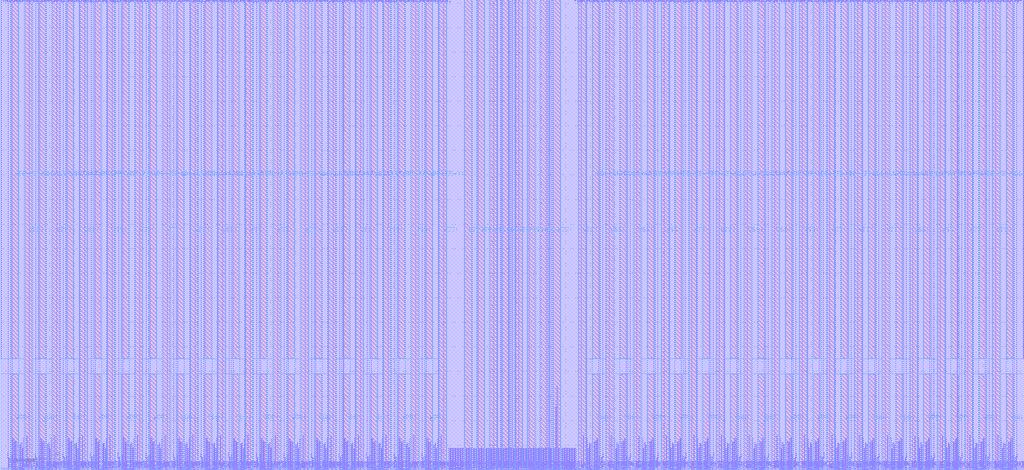
<source format=lef>
# ------------------------------------------------------
#
#		Copyright 2023 IHP PDK Authors
#
#		Licensed under the Apache License, Version 2.0 (the "License");
#		you may not use this file except in compliance with the License.
#		You may obtain a copy of the License at
#		
#		   https://www.apache.org/licenses/LICENSE-2.0
#		
#		Unless required by applicable law or agreed to in writing, software
#		distributed under the License is distributed on an "AS IS" BASIS,
#		WITHOUT WARRANTIES OR CONDITIONS OF ANY KIND, either express or implied.
#		See the License for the specific language governing permissions and
#		limitations under the License.
#		
#		Generated on Wed Apr  2 16:02:47 2025		
#
# ------------------------------------------------------ 
VERSION 5.7 ;
BUSBITCHARS "[]" ;
DIVIDERCHAR "/" ;

MACRO RM_IHPSG13_1P_512x32_c2_bm_bist
  CLASS BLOCK ;
  ORIGIN 0 0 ;
  FOREIGN RM_IHPSG13_1P_512x32_c2_bm_bist 0 0 ;
  SIZE 416.64 BY 191.34 ;
  SYMMETRY X Y R90 ;
  PIN A_DIN[16]
    DIRECTION INPUT ;
    USE SIGNAL ;
    ANTENNAPARTIALMETALAREA 1.794 LAYER Metal2 ;
    ANTENNAMODEL OXIDE1 ;
      ANTENNAGATEAREA 0.20085 LAYER Metal2 ;
      ANTENNAMAXAREACAR 9.838188 LAYER Metal2 ;
    PORT
      LAYER Metal2 ;
        RECT 244.49 0 244.75 0.26 ;
    END
  END A_DIN[16]
  PIN A_DIN[15]
    DIRECTION INPUT ;
    USE SIGNAL ;
    ANTENNAPARTIALMETALAREA 1.794 LAYER Metal2 ;
    ANTENNAMODEL OXIDE1 ;
      ANTENNAGATEAREA 0.20085 LAYER Metal2 ;
      ANTENNAMAXAREACAR 9.838188 LAYER Metal2 ;
    PORT
      LAYER Metal2 ;
        RECT 171.89 0 172.15 0.26 ;
    END
  END A_DIN[15]
  PIN A_BIST_DIN[16]
    DIRECTION INPUT ;
    USE SIGNAL ;
    ANTENNAPARTIALMETALAREA 1.6263 LAYER Metal2 ;
    ANTENNAMODEL OXIDE1 ;
      ANTENNAGATEAREA 0.20085 LAYER Metal2 ;
      ANTENNAMAXAREACAR 9.365945 LAYER Metal2 ;
    PORT
      LAYER Metal2 ;
        RECT 243.635 0 243.895 0.26 ;
    END
  END A_BIST_DIN[16]
  PIN A_BIST_DIN[15]
    DIRECTION INPUT ;
    USE SIGNAL ;
    ANTENNAPARTIALMETALAREA 1.6263 LAYER Metal2 ;
    ANTENNAMODEL OXIDE1 ;
      ANTENNAGATEAREA 0.20085 LAYER Metal2 ;
      ANTENNAMAXAREACAR 9.365945 LAYER Metal2 ;
    PORT
      LAYER Metal2 ;
        RECT 172.745 0 173.005 0.26 ;
    END
  END A_BIST_DIN[15]
  PIN A_BM[16]
    DIRECTION INPUT ;
    USE SIGNAL ;
    ANTENNAPARTIALMETALAREA 0.7215 LAYER Metal2 ;
    ANTENNAMODEL OXIDE1 ;
      ANTENNAGATEAREA 0.20085 LAYER Metal2 ;
      ANTENNAMAXAREACAR 4.498382 LAYER Metal2 ;
    PORT
      LAYER Metal2 ;
        RECT 236.65 0 236.91 0.26 ;
    END
  END A_BM[16]
  PIN A_BM[15]
    DIRECTION INPUT ;
    USE SIGNAL ;
    ANTENNAPARTIALMETALAREA 0.7215 LAYER Metal2 ;
    ANTENNAMODEL OXIDE1 ;
      ANTENNAGATEAREA 0.20085 LAYER Metal2 ;
      ANTENNAMAXAREACAR 4.498382 LAYER Metal2 ;
    PORT
      LAYER Metal2 ;
        RECT 179.73 0 179.99 0.26 ;
    END
  END A_BM[15]
  PIN A_BIST_BM[16]
    DIRECTION INPUT ;
    USE SIGNAL ;
    ANTENNAPARTIALMETALAREA 0.7605 LAYER Metal2 ;
    ANTENNAMODEL OXIDE1 ;
      ANTENNAGATEAREA 0.20085 LAYER Metal2 ;
      ANTENNAMAXAREACAR 5.055265 LAYER Metal2 ;
    PORT
      LAYER Metal2 ;
        RECT 238.025 0 238.285 0.26 ;
    END
  END A_BIST_BM[16]
  PIN A_BIST_BM[15]
    DIRECTION INPUT ;
    USE SIGNAL ;
    ANTENNAPARTIALMETALAREA 0.7605 LAYER Metal2 ;
    ANTENNAMODEL OXIDE1 ;
      ANTENNAGATEAREA 0.20085 LAYER Metal2 ;
      ANTENNAMAXAREACAR 5.055265 LAYER Metal2 ;
    PORT
      LAYER Metal2 ;
        RECT 178.355 0 178.615 0.26 ;
    END
  END A_BIST_BM[15]
  PIN A_DOUT[16]
    DIRECTION OUTPUT ;
    USE SIGNAL ;
    ANTENNAPARTIALMETALAREA 3.7095 LAYER Metal2 ;
    ANTENNADIFFAREA 0.988 LAYER Metal2 ;
    PORT
      LAYER Metal2 ;
        RECT 237.16 0 237.42 0.26 ;
    END
  END A_DOUT[16]
  PIN A_DOUT[15]
    DIRECTION OUTPUT ;
    USE SIGNAL ;
    ANTENNAPARTIALMETALAREA 3.7095 LAYER Metal2 ;
    ANTENNADIFFAREA 0.988 LAYER Metal2 ;
    PORT
      LAYER Metal2 ;
        RECT 179.22 0 179.48 0.26 ;
    END
  END A_DOUT[15]
  PIN VSS!
    DIRECTION INOUT ;
    USE GROUND ;
    NETEXPR "vss VSS!" ;
    PORT
      LAYER Metal4 ;
        RECT 403.95 0 406.76 191.34 ;
    END
    PORT
      LAYER Metal4 ;
        RECT 392.71 0 395.52 191.34 ;
    END
    PORT
      LAYER Metal4 ;
        RECT 381.47 0 384.28 191.34 ;
    END
    PORT
      LAYER Metal4 ;
        RECT 370.23 0 373.04 191.34 ;
    END
    PORT
      LAYER Metal4 ;
        RECT 358.99 0 361.8 191.34 ;
    END
    PORT
      LAYER Metal4 ;
        RECT 347.75 0 350.56 191.34 ;
    END
    PORT
      LAYER Metal4 ;
        RECT 336.51 0 339.32 191.34 ;
    END
    PORT
      LAYER Metal4 ;
        RECT 325.27 0 328.08 191.34 ;
    END
    PORT
      LAYER Metal4 ;
        RECT 314.03 0 316.84 191.34 ;
    END
    PORT
      LAYER Metal4 ;
        RECT 302.79 0 305.6 191.34 ;
    END
    PORT
      LAYER Metal4 ;
        RECT 291.55 0 294.36 191.34 ;
    END
    PORT
      LAYER Metal4 ;
        RECT 280.31 0 283.12 191.34 ;
    END
    PORT
      LAYER Metal4 ;
        RECT 269.07 0 271.88 191.34 ;
    END
    PORT
      LAYER Metal4 ;
        RECT 257.83 0 260.64 191.34 ;
    END
    PORT
      LAYER Metal4 ;
        RECT 246.59 0 249.4 191.34 ;
    END
    PORT
      LAYER Metal4 ;
        RECT 235.35 0 238.16 191.34 ;
    END
    PORT
      LAYER Metal4 ;
        RECT 224.94 0 227.75 191.34 ;
    END
    PORT
      LAYER Metal4 ;
        RECT 214.64 0 217.45 191.34 ;
    END
    PORT
      LAYER Metal4 ;
        RECT 199.19 0 202 191.34 ;
    END
    PORT
      LAYER Metal4 ;
        RECT 188.89 0 191.7 191.34 ;
    END
    PORT
      LAYER Metal4 ;
        RECT 178.48 0 181.29 191.34 ;
    END
    PORT
      LAYER Metal4 ;
        RECT 167.24 0 170.05 191.34 ;
    END
    PORT
      LAYER Metal4 ;
        RECT 156 0 158.81 191.34 ;
    END
    PORT
      LAYER Metal4 ;
        RECT 144.76 0 147.57 191.34 ;
    END
    PORT
      LAYER Metal4 ;
        RECT 133.52 0 136.33 191.34 ;
    END
    PORT
      LAYER Metal4 ;
        RECT 122.28 0 125.09 191.34 ;
    END
    PORT
      LAYER Metal4 ;
        RECT 111.04 0 113.85 191.34 ;
    END
    PORT
      LAYER Metal4 ;
        RECT 99.8 0 102.61 191.34 ;
    END
    PORT
      LAYER Metal4 ;
        RECT 88.56 0 91.37 191.34 ;
    END
    PORT
      LAYER Metal4 ;
        RECT 77.32 0 80.13 191.34 ;
    END
    PORT
      LAYER Metal4 ;
        RECT 66.08 0 68.89 191.34 ;
    END
    PORT
      LAYER Metal4 ;
        RECT 54.84 0 57.65 191.34 ;
    END
    PORT
      LAYER Metal4 ;
        RECT 43.6 0 46.41 191.34 ;
    END
    PORT
      LAYER Metal4 ;
        RECT 32.36 0 35.17 191.34 ;
    END
    PORT
      LAYER Metal4 ;
        RECT 21.12 0 23.93 191.34 ;
    END
    PORT
      LAYER Metal4 ;
        RECT 9.88 0 12.69 191.34 ;
    END
  END VSS!
  PIN VDD!
    DIRECTION INOUT ;
    USE POWER ;
    NETEXPR "vdd VDD!" ;
    PORT
      LAYER Metal4 ;
        RECT 409.57 0 412.38 38.825 ;
    END
    PORT
      LAYER Metal4 ;
        RECT 398.33 0 401.14 38.825 ;
    END
    PORT
      LAYER Metal4 ;
        RECT 387.09 0 389.9 38.825 ;
    END
    PORT
      LAYER Metal4 ;
        RECT 375.85 0 378.66 38.825 ;
    END
    PORT
      LAYER Metal4 ;
        RECT 364.61 0 367.42 38.825 ;
    END
    PORT
      LAYER Metal4 ;
        RECT 353.37 0 356.18 38.825 ;
    END
    PORT
      LAYER Metal4 ;
        RECT 342.13 0 344.94 38.825 ;
    END
    PORT
      LAYER Metal4 ;
        RECT 330.89 0 333.7 38.825 ;
    END
    PORT
      LAYER Metal4 ;
        RECT 319.65 0 322.46 38.825 ;
    END
    PORT
      LAYER Metal4 ;
        RECT 308.41 0 311.22 38.825 ;
    END
    PORT
      LAYER Metal4 ;
        RECT 297.17 0 299.98 38.825 ;
    END
    PORT
      LAYER Metal4 ;
        RECT 285.93 0 288.74 38.825 ;
    END
    PORT
      LAYER Metal4 ;
        RECT 274.69 0 277.5 38.825 ;
    END
    PORT
      LAYER Metal4 ;
        RECT 263.45 0 266.26 38.825 ;
    END
    PORT
      LAYER Metal4 ;
        RECT 252.21 0 255.02 38.825 ;
    END
    PORT
      LAYER Metal4 ;
        RECT 240.97 0 243.78 38.825 ;
    END
    PORT
      LAYER Metal4 ;
        RECT 219.79 0 222.6 191.34 ;
    END
    PORT
      LAYER Metal4 ;
        RECT 209.49 0 212.3 191.34 ;
    END
    PORT
      LAYER Metal4 ;
        RECT 204.34 0 207.15 191.34 ;
    END
    PORT
      LAYER Metal4 ;
        RECT 194.04 0 196.85 191.34 ;
    END
    PORT
      LAYER Metal4 ;
        RECT 172.86 0 175.67 38.825 ;
    END
    PORT
      LAYER Metal4 ;
        RECT 161.62 0 164.43 38.825 ;
    END
    PORT
      LAYER Metal4 ;
        RECT 150.38 0 153.19 38.825 ;
    END
    PORT
      LAYER Metal4 ;
        RECT 139.14 0 141.95 38.825 ;
    END
    PORT
      LAYER Metal4 ;
        RECT 127.9 0 130.71 38.825 ;
    END
    PORT
      LAYER Metal4 ;
        RECT 116.66 0 119.47 38.825 ;
    END
    PORT
      LAYER Metal4 ;
        RECT 105.42 0 108.23 38.825 ;
    END
    PORT
      LAYER Metal4 ;
        RECT 94.18 0 96.99 38.825 ;
    END
    PORT
      LAYER Metal4 ;
        RECT 82.94 0 85.75 38.825 ;
    END
    PORT
      LAYER Metal4 ;
        RECT 71.7 0 74.51 38.825 ;
    END
    PORT
      LAYER Metal4 ;
        RECT 60.46 0 63.27 38.825 ;
    END
    PORT
      LAYER Metal4 ;
        RECT 49.22 0 52.03 38.825 ;
    END
    PORT
      LAYER Metal4 ;
        RECT 37.98 0 40.79 38.825 ;
    END
    PORT
      LAYER Metal4 ;
        RECT 26.74 0 29.55 38.825 ;
    END
    PORT
      LAYER Metal4 ;
        RECT 15.5 0 18.31 38.825 ;
    END
    PORT
      LAYER Metal4 ;
        RECT 4.26 0 7.07 38.825 ;
    END
  END VDD!
  PIN VDDARRAY!
    DIRECTION INOUT ;
    USE POWER ;
    NETEXPR "vddarray VDDARRAY!" ;
    PORT
      LAYER Metal4 ;
        RECT 409.57 45.465 412.38 191.34 ;
    END
    PORT
      LAYER Metal4 ;
        RECT 398.33 45.465 401.14 191.34 ;
    END
    PORT
      LAYER Metal4 ;
        RECT 387.09 45.465 389.9 191.34 ;
    END
    PORT
      LAYER Metal4 ;
        RECT 375.85 45.465 378.66 191.34 ;
    END
    PORT
      LAYER Metal4 ;
        RECT 364.61 45.465 367.42 191.34 ;
    END
    PORT
      LAYER Metal4 ;
        RECT 353.37 45.465 356.18 191.34 ;
    END
    PORT
      LAYER Metal4 ;
        RECT 342.13 45.465 344.94 191.34 ;
    END
    PORT
      LAYER Metal4 ;
        RECT 330.89 45.465 333.7 191.34 ;
    END
    PORT
      LAYER Metal4 ;
        RECT 319.65 45.465 322.46 191.34 ;
    END
    PORT
      LAYER Metal4 ;
        RECT 308.41 45.465 311.22 191.34 ;
    END
    PORT
      LAYER Metal4 ;
        RECT 297.17 45.465 299.98 191.34 ;
    END
    PORT
      LAYER Metal4 ;
        RECT 285.93 45.465 288.74 191.34 ;
    END
    PORT
      LAYER Metal4 ;
        RECT 274.69 45.465 277.5 191.34 ;
    END
    PORT
      LAYER Metal4 ;
        RECT 263.45 45.465 266.26 191.34 ;
    END
    PORT
      LAYER Metal4 ;
        RECT 252.21 45.465 255.02 191.34 ;
    END
    PORT
      LAYER Metal4 ;
        RECT 240.97 45.465 243.78 191.34 ;
    END
    PORT
      LAYER Metal4 ;
        RECT 172.86 45.465 175.67 191.34 ;
    END
    PORT
      LAYER Metal4 ;
        RECT 161.62 45.465 164.43 191.34 ;
    END
    PORT
      LAYER Metal4 ;
        RECT 150.38 45.465 153.19 191.34 ;
    END
    PORT
      LAYER Metal4 ;
        RECT 139.14 45.465 141.95 191.34 ;
    END
    PORT
      LAYER Metal4 ;
        RECT 127.9 45.465 130.71 191.34 ;
    END
    PORT
      LAYER Metal4 ;
        RECT 116.66 45.465 119.47 191.34 ;
    END
    PORT
      LAYER Metal4 ;
        RECT 105.42 45.465 108.23 191.34 ;
    END
    PORT
      LAYER Metal4 ;
        RECT 94.18 45.465 96.99 191.34 ;
    END
    PORT
      LAYER Metal4 ;
        RECT 82.94 45.465 85.75 191.34 ;
    END
    PORT
      LAYER Metal4 ;
        RECT 71.7 45.465 74.51 191.34 ;
    END
    PORT
      LAYER Metal4 ;
        RECT 60.46 45.465 63.27 191.34 ;
    END
    PORT
      LAYER Metal4 ;
        RECT 49.22 45.465 52.03 191.34 ;
    END
    PORT
      LAYER Metal4 ;
        RECT 37.98 45.465 40.79 191.34 ;
    END
    PORT
      LAYER Metal4 ;
        RECT 26.74 45.465 29.55 191.34 ;
    END
    PORT
      LAYER Metal4 ;
        RECT 15.5 45.465 18.31 191.34 ;
    END
    PORT
      LAYER Metal4 ;
        RECT 4.26 45.465 7.07 191.34 ;
    END
  END VDDARRAY!
  PIN A_DIN[17]
    DIRECTION INPUT ;
    USE SIGNAL ;
    ANTENNAPARTIALMETALAREA 1.794 LAYER Metal2 ;
    ANTENNAMODEL OXIDE1 ;
      ANTENNAGATEAREA 0.20085 LAYER Metal2 ;
      ANTENNAMAXAREACAR 9.838188 LAYER Metal2 ;
    PORT
      LAYER Metal2 ;
        RECT 255.73 0 255.99 0.26 ;
    END
  END A_DIN[17]
  PIN A_DIN[14]
    DIRECTION INPUT ;
    USE SIGNAL ;
    ANTENNAPARTIALMETALAREA 1.794 LAYER Metal2 ;
    ANTENNAMODEL OXIDE1 ;
      ANTENNAGATEAREA 0.20085 LAYER Metal2 ;
      ANTENNAMAXAREACAR 9.838188 LAYER Metal2 ;
    PORT
      LAYER Metal2 ;
        RECT 160.65 0 160.91 0.26 ;
    END
  END A_DIN[14]
  PIN A_BIST_DIN[17]
    DIRECTION INPUT ;
    USE SIGNAL ;
    ANTENNAPARTIALMETALAREA 1.6263 LAYER Metal2 ;
    ANTENNAMODEL OXIDE1 ;
      ANTENNAGATEAREA 0.20085 LAYER Metal2 ;
      ANTENNAMAXAREACAR 9.365945 LAYER Metal2 ;
    PORT
      LAYER Metal2 ;
        RECT 254.875 0 255.135 0.26 ;
    END
  END A_BIST_DIN[17]
  PIN A_BIST_DIN[14]
    DIRECTION INPUT ;
    USE SIGNAL ;
    ANTENNAPARTIALMETALAREA 1.6263 LAYER Metal2 ;
    ANTENNAMODEL OXIDE1 ;
      ANTENNAGATEAREA 0.20085 LAYER Metal2 ;
      ANTENNAMAXAREACAR 9.365945 LAYER Metal2 ;
    PORT
      LAYER Metal2 ;
        RECT 161.505 0 161.765 0.26 ;
    END
  END A_BIST_DIN[14]
  PIN A_BM[17]
    DIRECTION INPUT ;
    USE SIGNAL ;
    ANTENNAPARTIALMETALAREA 0.7215 LAYER Metal2 ;
    ANTENNAMODEL OXIDE1 ;
      ANTENNAGATEAREA 0.20085 LAYER Metal2 ;
      ANTENNAMAXAREACAR 4.498382 LAYER Metal2 ;
    PORT
      LAYER Metal2 ;
        RECT 247.89 0 248.15 0.26 ;
    END
  END A_BM[17]
  PIN A_BM[14]
    DIRECTION INPUT ;
    USE SIGNAL ;
    ANTENNAPARTIALMETALAREA 0.7215 LAYER Metal2 ;
    ANTENNAMODEL OXIDE1 ;
      ANTENNAGATEAREA 0.20085 LAYER Metal2 ;
      ANTENNAMAXAREACAR 4.498382 LAYER Metal2 ;
    PORT
      LAYER Metal2 ;
        RECT 168.49 0 168.75 0.26 ;
    END
  END A_BM[14]
  PIN A_BIST_BM[17]
    DIRECTION INPUT ;
    USE SIGNAL ;
    ANTENNAPARTIALMETALAREA 0.7605 LAYER Metal2 ;
    ANTENNAMODEL OXIDE1 ;
      ANTENNAGATEAREA 0.20085 LAYER Metal2 ;
      ANTENNAMAXAREACAR 5.055265 LAYER Metal2 ;
    PORT
      LAYER Metal2 ;
        RECT 249.265 0 249.525 0.26 ;
    END
  END A_BIST_BM[17]
  PIN A_BIST_BM[14]
    DIRECTION INPUT ;
    USE SIGNAL ;
    ANTENNAPARTIALMETALAREA 0.7605 LAYER Metal2 ;
    ANTENNAMODEL OXIDE1 ;
      ANTENNAGATEAREA 0.20085 LAYER Metal2 ;
      ANTENNAMAXAREACAR 5.055265 LAYER Metal2 ;
    PORT
      LAYER Metal2 ;
        RECT 167.115 0 167.375 0.26 ;
    END
  END A_BIST_BM[14]
  PIN A_DOUT[17]
    DIRECTION OUTPUT ;
    USE SIGNAL ;
    ANTENNAPARTIALMETALAREA 3.7095 LAYER Metal2 ;
    ANTENNADIFFAREA 0.988 LAYER Metal2 ;
    PORT
      LAYER Metal2 ;
        RECT 248.4 0 248.66 0.26 ;
    END
  END A_DOUT[17]
  PIN A_DOUT[14]
    DIRECTION OUTPUT ;
    USE SIGNAL ;
    ANTENNAPARTIALMETALAREA 3.7095 LAYER Metal2 ;
    ANTENNADIFFAREA 0.988 LAYER Metal2 ;
    PORT
      LAYER Metal2 ;
        RECT 167.98 0 168.24 0.26 ;
    END
  END A_DOUT[14]
  PIN A_DIN[18]
    DIRECTION INPUT ;
    USE SIGNAL ;
    ANTENNAPARTIALMETALAREA 1.794 LAYER Metal2 ;
    ANTENNAMODEL OXIDE1 ;
      ANTENNAGATEAREA 0.20085 LAYER Metal2 ;
      ANTENNAMAXAREACAR 9.838188 LAYER Metal2 ;
    PORT
      LAYER Metal2 ;
        RECT 266.97 0 267.23 0.26 ;
    END
  END A_DIN[18]
  PIN A_DIN[13]
    DIRECTION INPUT ;
    USE SIGNAL ;
    ANTENNAPARTIALMETALAREA 1.794 LAYER Metal2 ;
    ANTENNAMODEL OXIDE1 ;
      ANTENNAGATEAREA 0.20085 LAYER Metal2 ;
      ANTENNAMAXAREACAR 9.838188 LAYER Metal2 ;
    PORT
      LAYER Metal2 ;
        RECT 149.41 0 149.67 0.26 ;
    END
  END A_DIN[13]
  PIN A_BIST_DIN[18]
    DIRECTION INPUT ;
    USE SIGNAL ;
    ANTENNAPARTIALMETALAREA 1.6263 LAYER Metal2 ;
    ANTENNAMODEL OXIDE1 ;
      ANTENNAGATEAREA 0.20085 LAYER Metal2 ;
      ANTENNAMAXAREACAR 9.365945 LAYER Metal2 ;
    PORT
      LAYER Metal2 ;
        RECT 266.115 0 266.375 0.26 ;
    END
  END A_BIST_DIN[18]
  PIN A_BIST_DIN[13]
    DIRECTION INPUT ;
    USE SIGNAL ;
    ANTENNAPARTIALMETALAREA 1.6263 LAYER Metal2 ;
    ANTENNAMODEL OXIDE1 ;
      ANTENNAGATEAREA 0.20085 LAYER Metal2 ;
      ANTENNAMAXAREACAR 9.365945 LAYER Metal2 ;
    PORT
      LAYER Metal2 ;
        RECT 150.265 0 150.525 0.26 ;
    END
  END A_BIST_DIN[13]
  PIN A_BM[18]
    DIRECTION INPUT ;
    USE SIGNAL ;
    ANTENNAPARTIALMETALAREA 0.7215 LAYER Metal2 ;
    ANTENNAMODEL OXIDE1 ;
      ANTENNAGATEAREA 0.20085 LAYER Metal2 ;
      ANTENNAMAXAREACAR 4.498382 LAYER Metal2 ;
    PORT
      LAYER Metal2 ;
        RECT 259.13 0 259.39 0.26 ;
    END
  END A_BM[18]
  PIN A_BM[13]
    DIRECTION INPUT ;
    USE SIGNAL ;
    ANTENNAPARTIALMETALAREA 0.7215 LAYER Metal2 ;
    ANTENNAMODEL OXIDE1 ;
      ANTENNAGATEAREA 0.20085 LAYER Metal2 ;
      ANTENNAMAXAREACAR 4.498382 LAYER Metal2 ;
    PORT
      LAYER Metal2 ;
        RECT 157.25 0 157.51 0.26 ;
    END
  END A_BM[13]
  PIN A_BIST_BM[18]
    DIRECTION INPUT ;
    USE SIGNAL ;
    ANTENNAPARTIALMETALAREA 0.7605 LAYER Metal2 ;
    ANTENNAMODEL OXIDE1 ;
      ANTENNAGATEAREA 0.20085 LAYER Metal2 ;
      ANTENNAMAXAREACAR 5.055265 LAYER Metal2 ;
    PORT
      LAYER Metal2 ;
        RECT 260.505 0 260.765 0.26 ;
    END
  END A_BIST_BM[18]
  PIN A_BIST_BM[13]
    DIRECTION INPUT ;
    USE SIGNAL ;
    ANTENNAPARTIALMETALAREA 0.7605 LAYER Metal2 ;
    ANTENNAMODEL OXIDE1 ;
      ANTENNAGATEAREA 0.20085 LAYER Metal2 ;
      ANTENNAMAXAREACAR 5.055265 LAYER Metal2 ;
    PORT
      LAYER Metal2 ;
        RECT 155.875 0 156.135 0.26 ;
    END
  END A_BIST_BM[13]
  PIN A_DOUT[18]
    DIRECTION OUTPUT ;
    USE SIGNAL ;
    ANTENNAPARTIALMETALAREA 3.7095 LAYER Metal2 ;
    ANTENNADIFFAREA 0.988 LAYER Metal2 ;
    PORT
      LAYER Metal2 ;
        RECT 259.64 0 259.9 0.26 ;
    END
  END A_DOUT[18]
  PIN A_DOUT[13]
    DIRECTION OUTPUT ;
    USE SIGNAL ;
    ANTENNAPARTIALMETALAREA 3.7095 LAYER Metal2 ;
    ANTENNADIFFAREA 0.988 LAYER Metal2 ;
    PORT
      LAYER Metal2 ;
        RECT 156.74 0 157 0.26 ;
    END
  END A_DOUT[13]
  PIN A_DIN[19]
    DIRECTION INPUT ;
    USE SIGNAL ;
    ANTENNAPARTIALMETALAREA 1.794 LAYER Metal2 ;
    ANTENNAMODEL OXIDE1 ;
      ANTENNAGATEAREA 0.20085 LAYER Metal2 ;
      ANTENNAMAXAREACAR 9.838188 LAYER Metal2 ;
    PORT
      LAYER Metal2 ;
        RECT 278.21 0 278.47 0.26 ;
    END
  END A_DIN[19]
  PIN A_DIN[12]
    DIRECTION INPUT ;
    USE SIGNAL ;
    ANTENNAPARTIALMETALAREA 1.794 LAYER Metal2 ;
    ANTENNAMODEL OXIDE1 ;
      ANTENNAGATEAREA 0.20085 LAYER Metal2 ;
      ANTENNAMAXAREACAR 9.838188 LAYER Metal2 ;
    PORT
      LAYER Metal2 ;
        RECT 138.17 0 138.43 0.26 ;
    END
  END A_DIN[12]
  PIN A_BIST_DIN[19]
    DIRECTION INPUT ;
    USE SIGNAL ;
    ANTENNAPARTIALMETALAREA 1.6263 LAYER Metal2 ;
    ANTENNAMODEL OXIDE1 ;
      ANTENNAGATEAREA 0.20085 LAYER Metal2 ;
      ANTENNAMAXAREACAR 9.365945 LAYER Metal2 ;
    PORT
      LAYER Metal2 ;
        RECT 277.355 0 277.615 0.26 ;
    END
  END A_BIST_DIN[19]
  PIN A_BIST_DIN[12]
    DIRECTION INPUT ;
    USE SIGNAL ;
    ANTENNAPARTIALMETALAREA 1.6263 LAYER Metal2 ;
    ANTENNAMODEL OXIDE1 ;
      ANTENNAGATEAREA 0.20085 LAYER Metal2 ;
      ANTENNAMAXAREACAR 9.365945 LAYER Metal2 ;
    PORT
      LAYER Metal2 ;
        RECT 139.025 0 139.285 0.26 ;
    END
  END A_BIST_DIN[12]
  PIN A_BM[19]
    DIRECTION INPUT ;
    USE SIGNAL ;
    ANTENNAPARTIALMETALAREA 0.7215 LAYER Metal2 ;
    ANTENNAMODEL OXIDE1 ;
      ANTENNAGATEAREA 0.20085 LAYER Metal2 ;
      ANTENNAMAXAREACAR 4.498382 LAYER Metal2 ;
    PORT
      LAYER Metal2 ;
        RECT 270.37 0 270.63 0.26 ;
    END
  END A_BM[19]
  PIN A_BM[12]
    DIRECTION INPUT ;
    USE SIGNAL ;
    ANTENNAPARTIALMETALAREA 0.7215 LAYER Metal2 ;
    ANTENNAMODEL OXIDE1 ;
      ANTENNAGATEAREA 0.20085 LAYER Metal2 ;
      ANTENNAMAXAREACAR 4.498382 LAYER Metal2 ;
    PORT
      LAYER Metal2 ;
        RECT 146.01 0 146.27 0.26 ;
    END
  END A_BM[12]
  PIN A_BIST_BM[19]
    DIRECTION INPUT ;
    USE SIGNAL ;
    ANTENNAPARTIALMETALAREA 0.7605 LAYER Metal2 ;
    ANTENNAMODEL OXIDE1 ;
      ANTENNAGATEAREA 0.20085 LAYER Metal2 ;
      ANTENNAMAXAREACAR 5.055265 LAYER Metal2 ;
    PORT
      LAYER Metal2 ;
        RECT 271.745 0 272.005 0.26 ;
    END
  END A_BIST_BM[19]
  PIN A_BIST_BM[12]
    DIRECTION INPUT ;
    USE SIGNAL ;
    ANTENNAPARTIALMETALAREA 0.7605 LAYER Metal2 ;
    ANTENNAMODEL OXIDE1 ;
      ANTENNAGATEAREA 0.20085 LAYER Metal2 ;
      ANTENNAMAXAREACAR 5.055265 LAYER Metal2 ;
    PORT
      LAYER Metal2 ;
        RECT 144.635 0 144.895 0.26 ;
    END
  END A_BIST_BM[12]
  PIN A_DOUT[19]
    DIRECTION OUTPUT ;
    USE SIGNAL ;
    ANTENNAPARTIALMETALAREA 3.7095 LAYER Metal2 ;
    ANTENNADIFFAREA 0.988 LAYER Metal2 ;
    PORT
      LAYER Metal2 ;
        RECT 270.88 0 271.14 0.26 ;
    END
  END A_DOUT[19]
  PIN A_DOUT[12]
    DIRECTION OUTPUT ;
    USE SIGNAL ;
    ANTENNAPARTIALMETALAREA 3.7095 LAYER Metal2 ;
    ANTENNADIFFAREA 0.988 LAYER Metal2 ;
    PORT
      LAYER Metal2 ;
        RECT 145.5 0 145.76 0.26 ;
    END
  END A_DOUT[12]
  PIN A_DIN[20]
    DIRECTION INPUT ;
    USE SIGNAL ;
    ANTENNAPARTIALMETALAREA 1.794 LAYER Metal2 ;
    ANTENNAMODEL OXIDE1 ;
      ANTENNAGATEAREA 0.20085 LAYER Metal2 ;
      ANTENNAMAXAREACAR 9.838188 LAYER Metal2 ;
    PORT
      LAYER Metal2 ;
        RECT 289.45 0 289.71 0.26 ;
    END
  END A_DIN[20]
  PIN A_DIN[11]
    DIRECTION INPUT ;
    USE SIGNAL ;
    ANTENNAPARTIALMETALAREA 1.794 LAYER Metal2 ;
    ANTENNAMODEL OXIDE1 ;
      ANTENNAGATEAREA 0.20085 LAYER Metal2 ;
      ANTENNAMAXAREACAR 9.838188 LAYER Metal2 ;
    PORT
      LAYER Metal2 ;
        RECT 126.93 0 127.19 0.26 ;
    END
  END A_DIN[11]
  PIN A_BIST_DIN[20]
    DIRECTION INPUT ;
    USE SIGNAL ;
    ANTENNAPARTIALMETALAREA 1.6263 LAYER Metal2 ;
    ANTENNAMODEL OXIDE1 ;
      ANTENNAGATEAREA 0.20085 LAYER Metal2 ;
      ANTENNAMAXAREACAR 9.365945 LAYER Metal2 ;
    PORT
      LAYER Metal2 ;
        RECT 288.595 0 288.855 0.26 ;
    END
  END A_BIST_DIN[20]
  PIN A_BIST_DIN[11]
    DIRECTION INPUT ;
    USE SIGNAL ;
    ANTENNAPARTIALMETALAREA 1.6263 LAYER Metal2 ;
    ANTENNAMODEL OXIDE1 ;
      ANTENNAGATEAREA 0.20085 LAYER Metal2 ;
      ANTENNAMAXAREACAR 9.365945 LAYER Metal2 ;
    PORT
      LAYER Metal2 ;
        RECT 127.785 0 128.045 0.26 ;
    END
  END A_BIST_DIN[11]
  PIN A_BM[20]
    DIRECTION INPUT ;
    USE SIGNAL ;
    ANTENNAPARTIALMETALAREA 0.7215 LAYER Metal2 ;
    ANTENNAMODEL OXIDE1 ;
      ANTENNAGATEAREA 0.20085 LAYER Metal2 ;
      ANTENNAMAXAREACAR 4.498382 LAYER Metal2 ;
    PORT
      LAYER Metal2 ;
        RECT 281.61 0 281.87 0.26 ;
    END
  END A_BM[20]
  PIN A_BM[11]
    DIRECTION INPUT ;
    USE SIGNAL ;
    ANTENNAPARTIALMETALAREA 0.7215 LAYER Metal2 ;
    ANTENNAMODEL OXIDE1 ;
      ANTENNAGATEAREA 0.20085 LAYER Metal2 ;
      ANTENNAMAXAREACAR 4.498382 LAYER Metal2 ;
    PORT
      LAYER Metal2 ;
        RECT 134.77 0 135.03 0.26 ;
    END
  END A_BM[11]
  PIN A_BIST_BM[20]
    DIRECTION INPUT ;
    USE SIGNAL ;
    ANTENNAPARTIALMETALAREA 0.7605 LAYER Metal2 ;
    ANTENNAMODEL OXIDE1 ;
      ANTENNAGATEAREA 0.20085 LAYER Metal2 ;
      ANTENNAMAXAREACAR 5.055265 LAYER Metal2 ;
    PORT
      LAYER Metal2 ;
        RECT 282.985 0 283.245 0.26 ;
    END
  END A_BIST_BM[20]
  PIN A_BIST_BM[11]
    DIRECTION INPUT ;
    USE SIGNAL ;
    ANTENNAPARTIALMETALAREA 0.7605 LAYER Metal2 ;
    ANTENNAMODEL OXIDE1 ;
      ANTENNAGATEAREA 0.20085 LAYER Metal2 ;
      ANTENNAMAXAREACAR 5.055265 LAYER Metal2 ;
    PORT
      LAYER Metal2 ;
        RECT 133.395 0 133.655 0.26 ;
    END
  END A_BIST_BM[11]
  PIN A_DOUT[20]
    DIRECTION OUTPUT ;
    USE SIGNAL ;
    ANTENNAPARTIALMETALAREA 3.7095 LAYER Metal2 ;
    ANTENNADIFFAREA 0.988 LAYER Metal2 ;
    PORT
      LAYER Metal2 ;
        RECT 282.12 0 282.38 0.26 ;
    END
  END A_DOUT[20]
  PIN A_DOUT[11]
    DIRECTION OUTPUT ;
    USE SIGNAL ;
    ANTENNAPARTIALMETALAREA 3.7095 LAYER Metal2 ;
    ANTENNADIFFAREA 0.988 LAYER Metal2 ;
    PORT
      LAYER Metal2 ;
        RECT 134.26 0 134.52 0.26 ;
    END
  END A_DOUT[11]
  PIN A_DIN[21]
    DIRECTION INPUT ;
    USE SIGNAL ;
    ANTENNAPARTIALMETALAREA 1.794 LAYER Metal2 ;
    ANTENNAMODEL OXIDE1 ;
      ANTENNAGATEAREA 0.20085 LAYER Metal2 ;
      ANTENNAMAXAREACAR 9.838188 LAYER Metal2 ;
    PORT
      LAYER Metal2 ;
        RECT 300.69 0 300.95 0.26 ;
    END
  END A_DIN[21]
  PIN A_DIN[10]
    DIRECTION INPUT ;
    USE SIGNAL ;
    ANTENNAPARTIALMETALAREA 1.794 LAYER Metal2 ;
    ANTENNAMODEL OXIDE1 ;
      ANTENNAGATEAREA 0.20085 LAYER Metal2 ;
      ANTENNAMAXAREACAR 9.838188 LAYER Metal2 ;
    PORT
      LAYER Metal2 ;
        RECT 115.69 0 115.95 0.26 ;
    END
  END A_DIN[10]
  PIN A_BIST_DIN[21]
    DIRECTION INPUT ;
    USE SIGNAL ;
    ANTENNAPARTIALMETALAREA 1.6263 LAYER Metal2 ;
    ANTENNAMODEL OXIDE1 ;
      ANTENNAGATEAREA 0.20085 LAYER Metal2 ;
      ANTENNAMAXAREACAR 9.365945 LAYER Metal2 ;
    PORT
      LAYER Metal2 ;
        RECT 299.835 0 300.095 0.26 ;
    END
  END A_BIST_DIN[21]
  PIN A_BIST_DIN[10]
    DIRECTION INPUT ;
    USE SIGNAL ;
    ANTENNAPARTIALMETALAREA 1.6263 LAYER Metal2 ;
    ANTENNAMODEL OXIDE1 ;
      ANTENNAGATEAREA 0.20085 LAYER Metal2 ;
      ANTENNAMAXAREACAR 9.365945 LAYER Metal2 ;
    PORT
      LAYER Metal2 ;
        RECT 116.545 0 116.805 0.26 ;
    END
  END A_BIST_DIN[10]
  PIN A_BM[21]
    DIRECTION INPUT ;
    USE SIGNAL ;
    ANTENNAPARTIALMETALAREA 0.7215 LAYER Metal2 ;
    ANTENNAMODEL OXIDE1 ;
      ANTENNAGATEAREA 0.20085 LAYER Metal2 ;
      ANTENNAMAXAREACAR 4.498382 LAYER Metal2 ;
    PORT
      LAYER Metal2 ;
        RECT 292.85 0 293.11 0.26 ;
    END
  END A_BM[21]
  PIN A_BM[10]
    DIRECTION INPUT ;
    USE SIGNAL ;
    ANTENNAPARTIALMETALAREA 0.7215 LAYER Metal2 ;
    ANTENNAMODEL OXIDE1 ;
      ANTENNAGATEAREA 0.20085 LAYER Metal2 ;
      ANTENNAMAXAREACAR 4.498382 LAYER Metal2 ;
    PORT
      LAYER Metal2 ;
        RECT 123.53 0 123.79 0.26 ;
    END
  END A_BM[10]
  PIN A_BIST_BM[21]
    DIRECTION INPUT ;
    USE SIGNAL ;
    ANTENNAPARTIALMETALAREA 0.7605 LAYER Metal2 ;
    ANTENNAMODEL OXIDE1 ;
      ANTENNAGATEAREA 0.20085 LAYER Metal2 ;
      ANTENNAMAXAREACAR 5.055265 LAYER Metal2 ;
    PORT
      LAYER Metal2 ;
        RECT 294.225 0 294.485 0.26 ;
    END
  END A_BIST_BM[21]
  PIN A_BIST_BM[10]
    DIRECTION INPUT ;
    USE SIGNAL ;
    ANTENNAPARTIALMETALAREA 0.7605 LAYER Metal2 ;
    ANTENNAMODEL OXIDE1 ;
      ANTENNAGATEAREA 0.20085 LAYER Metal2 ;
      ANTENNAMAXAREACAR 5.055265 LAYER Metal2 ;
    PORT
      LAYER Metal2 ;
        RECT 122.155 0 122.415 0.26 ;
    END
  END A_BIST_BM[10]
  PIN A_DOUT[21]
    DIRECTION OUTPUT ;
    USE SIGNAL ;
    ANTENNAPARTIALMETALAREA 3.7095 LAYER Metal2 ;
    ANTENNADIFFAREA 0.988 LAYER Metal2 ;
    PORT
      LAYER Metal2 ;
        RECT 293.36 0 293.62 0.26 ;
    END
  END A_DOUT[21]
  PIN A_DOUT[10]
    DIRECTION OUTPUT ;
    USE SIGNAL ;
    ANTENNAPARTIALMETALAREA 3.7095 LAYER Metal2 ;
    ANTENNADIFFAREA 0.988 LAYER Metal2 ;
    PORT
      LAYER Metal2 ;
        RECT 123.02 0 123.28 0.26 ;
    END
  END A_DOUT[10]
  PIN A_DIN[22]
    DIRECTION INPUT ;
    USE SIGNAL ;
    ANTENNAPARTIALMETALAREA 1.794 LAYER Metal2 ;
    ANTENNAMODEL OXIDE1 ;
      ANTENNAGATEAREA 0.20085 LAYER Metal2 ;
      ANTENNAMAXAREACAR 9.838188 LAYER Metal2 ;
    PORT
      LAYER Metal2 ;
        RECT 311.93 0 312.19 0.26 ;
    END
  END A_DIN[22]
  PIN A_DIN[9]
    DIRECTION INPUT ;
    USE SIGNAL ;
    ANTENNAPARTIALMETALAREA 1.794 LAYER Metal2 ;
    ANTENNAMODEL OXIDE1 ;
      ANTENNAGATEAREA 0.20085 LAYER Metal2 ;
      ANTENNAMAXAREACAR 9.838188 LAYER Metal2 ;
    PORT
      LAYER Metal2 ;
        RECT 104.45 0 104.71 0.26 ;
    END
  END A_DIN[9]
  PIN A_BIST_DIN[22]
    DIRECTION INPUT ;
    USE SIGNAL ;
    ANTENNAPARTIALMETALAREA 1.6263 LAYER Metal2 ;
    ANTENNAMODEL OXIDE1 ;
      ANTENNAGATEAREA 0.20085 LAYER Metal2 ;
      ANTENNAMAXAREACAR 9.365945 LAYER Metal2 ;
    PORT
      LAYER Metal2 ;
        RECT 311.075 0 311.335 0.26 ;
    END
  END A_BIST_DIN[22]
  PIN A_BIST_DIN[9]
    DIRECTION INPUT ;
    USE SIGNAL ;
    ANTENNAPARTIALMETALAREA 1.6263 LAYER Metal2 ;
    ANTENNAMODEL OXIDE1 ;
      ANTENNAGATEAREA 0.20085 LAYER Metal2 ;
      ANTENNAMAXAREACAR 9.365945 LAYER Metal2 ;
    PORT
      LAYER Metal2 ;
        RECT 105.305 0 105.565 0.26 ;
    END
  END A_BIST_DIN[9]
  PIN A_BM[22]
    DIRECTION INPUT ;
    USE SIGNAL ;
    ANTENNAPARTIALMETALAREA 0.7215 LAYER Metal2 ;
    ANTENNAMODEL OXIDE1 ;
      ANTENNAGATEAREA 0.20085 LAYER Metal2 ;
      ANTENNAMAXAREACAR 4.498382 LAYER Metal2 ;
    PORT
      LAYER Metal2 ;
        RECT 304.09 0 304.35 0.26 ;
    END
  END A_BM[22]
  PIN A_BM[9]
    DIRECTION INPUT ;
    USE SIGNAL ;
    ANTENNAPARTIALMETALAREA 0.7215 LAYER Metal2 ;
    ANTENNAMODEL OXIDE1 ;
      ANTENNAGATEAREA 0.20085 LAYER Metal2 ;
      ANTENNAMAXAREACAR 4.498382 LAYER Metal2 ;
    PORT
      LAYER Metal2 ;
        RECT 112.29 0 112.55 0.26 ;
    END
  END A_BM[9]
  PIN A_BIST_BM[22]
    DIRECTION INPUT ;
    USE SIGNAL ;
    ANTENNAPARTIALMETALAREA 0.7605 LAYER Metal2 ;
    ANTENNAMODEL OXIDE1 ;
      ANTENNAGATEAREA 0.20085 LAYER Metal2 ;
      ANTENNAMAXAREACAR 5.055265 LAYER Metal2 ;
    PORT
      LAYER Metal2 ;
        RECT 305.465 0 305.725 0.26 ;
    END
  END A_BIST_BM[22]
  PIN A_BIST_BM[9]
    DIRECTION INPUT ;
    USE SIGNAL ;
    ANTENNAPARTIALMETALAREA 0.7605 LAYER Metal2 ;
    ANTENNAMODEL OXIDE1 ;
      ANTENNAGATEAREA 0.20085 LAYER Metal2 ;
      ANTENNAMAXAREACAR 5.055265 LAYER Metal2 ;
    PORT
      LAYER Metal2 ;
        RECT 110.915 0 111.175 0.26 ;
    END
  END A_BIST_BM[9]
  PIN A_DOUT[22]
    DIRECTION OUTPUT ;
    USE SIGNAL ;
    ANTENNAPARTIALMETALAREA 3.7095 LAYER Metal2 ;
    ANTENNADIFFAREA 0.988 LAYER Metal2 ;
    PORT
      LAYER Metal2 ;
        RECT 304.6 0 304.86 0.26 ;
    END
  END A_DOUT[22]
  PIN A_DOUT[9]
    DIRECTION OUTPUT ;
    USE SIGNAL ;
    ANTENNAPARTIALMETALAREA 3.7095 LAYER Metal2 ;
    ANTENNADIFFAREA 0.988 LAYER Metal2 ;
    PORT
      LAYER Metal2 ;
        RECT 111.78 0 112.04 0.26 ;
    END
  END A_DOUT[9]
  PIN A_DIN[23]
    DIRECTION INPUT ;
    USE SIGNAL ;
    ANTENNAPARTIALMETALAREA 1.794 LAYER Metal2 ;
    ANTENNAMODEL OXIDE1 ;
      ANTENNAGATEAREA 0.20085 LAYER Metal2 ;
      ANTENNAMAXAREACAR 9.838188 LAYER Metal2 ;
    PORT
      LAYER Metal2 ;
        RECT 323.17 0 323.43 0.26 ;
    END
  END A_DIN[23]
  PIN A_DIN[8]
    DIRECTION INPUT ;
    USE SIGNAL ;
    ANTENNAPARTIALMETALAREA 1.794 LAYER Metal2 ;
    ANTENNAMODEL OXIDE1 ;
      ANTENNAGATEAREA 0.20085 LAYER Metal2 ;
      ANTENNAMAXAREACAR 9.838188 LAYER Metal2 ;
    PORT
      LAYER Metal2 ;
        RECT 93.21 0 93.47 0.26 ;
    END
  END A_DIN[8]
  PIN A_BIST_DIN[23]
    DIRECTION INPUT ;
    USE SIGNAL ;
    ANTENNAPARTIALMETALAREA 1.6263 LAYER Metal2 ;
    ANTENNAMODEL OXIDE1 ;
      ANTENNAGATEAREA 0.20085 LAYER Metal2 ;
      ANTENNAMAXAREACAR 9.365945 LAYER Metal2 ;
    PORT
      LAYER Metal2 ;
        RECT 322.315 0 322.575 0.26 ;
    END
  END A_BIST_DIN[23]
  PIN A_BIST_DIN[8]
    DIRECTION INPUT ;
    USE SIGNAL ;
    ANTENNAPARTIALMETALAREA 1.6263 LAYER Metal2 ;
    ANTENNAMODEL OXIDE1 ;
      ANTENNAGATEAREA 0.20085 LAYER Metal2 ;
      ANTENNAMAXAREACAR 9.365945 LAYER Metal2 ;
    PORT
      LAYER Metal2 ;
        RECT 94.065 0 94.325 0.26 ;
    END
  END A_BIST_DIN[8]
  PIN A_BM[23]
    DIRECTION INPUT ;
    USE SIGNAL ;
    ANTENNAPARTIALMETALAREA 0.7215 LAYER Metal2 ;
    ANTENNAMODEL OXIDE1 ;
      ANTENNAGATEAREA 0.20085 LAYER Metal2 ;
      ANTENNAMAXAREACAR 4.498382 LAYER Metal2 ;
    PORT
      LAYER Metal2 ;
        RECT 315.33 0 315.59 0.26 ;
    END
  END A_BM[23]
  PIN A_BM[8]
    DIRECTION INPUT ;
    USE SIGNAL ;
    ANTENNAPARTIALMETALAREA 0.7215 LAYER Metal2 ;
    ANTENNAMODEL OXIDE1 ;
      ANTENNAGATEAREA 0.20085 LAYER Metal2 ;
      ANTENNAMAXAREACAR 4.498382 LAYER Metal2 ;
    PORT
      LAYER Metal2 ;
        RECT 101.05 0 101.31 0.26 ;
    END
  END A_BM[8]
  PIN A_BIST_BM[23]
    DIRECTION INPUT ;
    USE SIGNAL ;
    ANTENNAPARTIALMETALAREA 0.7605 LAYER Metal2 ;
    ANTENNAMODEL OXIDE1 ;
      ANTENNAGATEAREA 0.20085 LAYER Metal2 ;
      ANTENNAMAXAREACAR 5.055265 LAYER Metal2 ;
    PORT
      LAYER Metal2 ;
        RECT 316.705 0 316.965 0.26 ;
    END
  END A_BIST_BM[23]
  PIN A_BIST_BM[8]
    DIRECTION INPUT ;
    USE SIGNAL ;
    ANTENNAPARTIALMETALAREA 0.7605 LAYER Metal2 ;
    ANTENNAMODEL OXIDE1 ;
      ANTENNAGATEAREA 0.20085 LAYER Metal2 ;
      ANTENNAMAXAREACAR 5.055265 LAYER Metal2 ;
    PORT
      LAYER Metal2 ;
        RECT 99.675 0 99.935 0.26 ;
    END
  END A_BIST_BM[8]
  PIN A_DOUT[23]
    DIRECTION OUTPUT ;
    USE SIGNAL ;
    ANTENNAPARTIALMETALAREA 3.7095 LAYER Metal2 ;
    ANTENNADIFFAREA 0.988 LAYER Metal2 ;
    PORT
      LAYER Metal2 ;
        RECT 315.84 0 316.1 0.26 ;
    END
  END A_DOUT[23]
  PIN A_DOUT[8]
    DIRECTION OUTPUT ;
    USE SIGNAL ;
    ANTENNAPARTIALMETALAREA 3.7095 LAYER Metal2 ;
    ANTENNADIFFAREA 0.988 LAYER Metal2 ;
    PORT
      LAYER Metal2 ;
        RECT 100.54 0 100.8 0.26 ;
    END
  END A_DOUT[8]
  PIN A_DIN[24]
    DIRECTION INPUT ;
    USE SIGNAL ;
    ANTENNAPARTIALMETALAREA 1.794 LAYER Metal2 ;
    ANTENNAMODEL OXIDE1 ;
      ANTENNAGATEAREA 0.20085 LAYER Metal2 ;
      ANTENNAMAXAREACAR 9.838188 LAYER Metal2 ;
    PORT
      LAYER Metal2 ;
        RECT 334.41 0 334.67 0.26 ;
    END
  END A_DIN[24]
  PIN A_DIN[7]
    DIRECTION INPUT ;
    USE SIGNAL ;
    ANTENNAPARTIALMETALAREA 1.794 LAYER Metal2 ;
    ANTENNAMODEL OXIDE1 ;
      ANTENNAGATEAREA 0.20085 LAYER Metal2 ;
      ANTENNAMAXAREACAR 9.838188 LAYER Metal2 ;
    PORT
      LAYER Metal2 ;
        RECT 81.97 0 82.23 0.26 ;
    END
  END A_DIN[7]
  PIN A_BIST_DIN[24]
    DIRECTION INPUT ;
    USE SIGNAL ;
    ANTENNAPARTIALMETALAREA 1.6263 LAYER Metal2 ;
    ANTENNAMODEL OXIDE1 ;
      ANTENNAGATEAREA 0.20085 LAYER Metal2 ;
      ANTENNAMAXAREACAR 9.365945 LAYER Metal2 ;
    PORT
      LAYER Metal2 ;
        RECT 333.555 0 333.815 0.26 ;
    END
  END A_BIST_DIN[24]
  PIN A_BIST_DIN[7]
    DIRECTION INPUT ;
    USE SIGNAL ;
    ANTENNAPARTIALMETALAREA 1.6263 LAYER Metal2 ;
    ANTENNAMODEL OXIDE1 ;
      ANTENNAGATEAREA 0.20085 LAYER Metal2 ;
      ANTENNAMAXAREACAR 9.365945 LAYER Metal2 ;
    PORT
      LAYER Metal2 ;
        RECT 82.825 0 83.085 0.26 ;
    END
  END A_BIST_DIN[7]
  PIN A_BM[24]
    DIRECTION INPUT ;
    USE SIGNAL ;
    ANTENNAPARTIALMETALAREA 0.7215 LAYER Metal2 ;
    ANTENNAMODEL OXIDE1 ;
      ANTENNAGATEAREA 0.20085 LAYER Metal2 ;
      ANTENNAMAXAREACAR 4.498382 LAYER Metal2 ;
    PORT
      LAYER Metal2 ;
        RECT 326.57 0 326.83 0.26 ;
    END
  END A_BM[24]
  PIN A_BM[7]
    DIRECTION INPUT ;
    USE SIGNAL ;
    ANTENNAPARTIALMETALAREA 0.7215 LAYER Metal2 ;
    ANTENNAMODEL OXIDE1 ;
      ANTENNAGATEAREA 0.20085 LAYER Metal2 ;
      ANTENNAMAXAREACAR 4.498382 LAYER Metal2 ;
    PORT
      LAYER Metal2 ;
        RECT 89.81 0 90.07 0.26 ;
    END
  END A_BM[7]
  PIN A_BIST_BM[24]
    DIRECTION INPUT ;
    USE SIGNAL ;
    ANTENNAPARTIALMETALAREA 0.7605 LAYER Metal2 ;
    ANTENNAMODEL OXIDE1 ;
      ANTENNAGATEAREA 0.20085 LAYER Metal2 ;
      ANTENNAMAXAREACAR 5.055265 LAYER Metal2 ;
    PORT
      LAYER Metal2 ;
        RECT 327.945 0 328.205 0.26 ;
    END
  END A_BIST_BM[24]
  PIN A_BIST_BM[7]
    DIRECTION INPUT ;
    USE SIGNAL ;
    ANTENNAPARTIALMETALAREA 0.7605 LAYER Metal2 ;
    ANTENNAMODEL OXIDE1 ;
      ANTENNAGATEAREA 0.20085 LAYER Metal2 ;
      ANTENNAMAXAREACAR 5.055265 LAYER Metal2 ;
    PORT
      LAYER Metal2 ;
        RECT 88.435 0 88.695 0.26 ;
    END
  END A_BIST_BM[7]
  PIN A_DOUT[24]
    DIRECTION OUTPUT ;
    USE SIGNAL ;
    ANTENNAPARTIALMETALAREA 3.7095 LAYER Metal2 ;
    ANTENNADIFFAREA 0.988 LAYER Metal2 ;
    PORT
      LAYER Metal2 ;
        RECT 327.08 0 327.34 0.26 ;
    END
  END A_DOUT[24]
  PIN A_DOUT[7]
    DIRECTION OUTPUT ;
    USE SIGNAL ;
    ANTENNAPARTIALMETALAREA 3.7095 LAYER Metal2 ;
    ANTENNADIFFAREA 0.988 LAYER Metal2 ;
    PORT
      LAYER Metal2 ;
        RECT 89.3 0 89.56 0.26 ;
    END
  END A_DOUT[7]
  PIN A_DIN[25]
    DIRECTION INPUT ;
    USE SIGNAL ;
    ANTENNAPARTIALMETALAREA 1.794 LAYER Metal2 ;
    ANTENNAMODEL OXIDE1 ;
      ANTENNAGATEAREA 0.20085 LAYER Metal2 ;
      ANTENNAMAXAREACAR 9.838188 LAYER Metal2 ;
    PORT
      LAYER Metal2 ;
        RECT 345.65 0 345.91 0.26 ;
    END
  END A_DIN[25]
  PIN A_DIN[6]
    DIRECTION INPUT ;
    USE SIGNAL ;
    ANTENNAPARTIALMETALAREA 1.794 LAYER Metal2 ;
    ANTENNAMODEL OXIDE1 ;
      ANTENNAGATEAREA 0.20085 LAYER Metal2 ;
      ANTENNAMAXAREACAR 9.838188 LAYER Metal2 ;
    PORT
      LAYER Metal2 ;
        RECT 70.73 0 70.99 0.26 ;
    END
  END A_DIN[6]
  PIN A_BIST_DIN[25]
    DIRECTION INPUT ;
    USE SIGNAL ;
    ANTENNAPARTIALMETALAREA 1.6263 LAYER Metal2 ;
    ANTENNAMODEL OXIDE1 ;
      ANTENNAGATEAREA 0.20085 LAYER Metal2 ;
      ANTENNAMAXAREACAR 9.365945 LAYER Metal2 ;
    PORT
      LAYER Metal2 ;
        RECT 344.795 0 345.055 0.26 ;
    END
  END A_BIST_DIN[25]
  PIN A_BIST_DIN[6]
    DIRECTION INPUT ;
    USE SIGNAL ;
    ANTENNAPARTIALMETALAREA 1.6263 LAYER Metal2 ;
    ANTENNAMODEL OXIDE1 ;
      ANTENNAGATEAREA 0.20085 LAYER Metal2 ;
      ANTENNAMAXAREACAR 9.365945 LAYER Metal2 ;
    PORT
      LAYER Metal2 ;
        RECT 71.585 0 71.845 0.26 ;
    END
  END A_BIST_DIN[6]
  PIN A_BM[25]
    DIRECTION INPUT ;
    USE SIGNAL ;
    ANTENNAPARTIALMETALAREA 0.7215 LAYER Metal2 ;
    ANTENNAMODEL OXIDE1 ;
      ANTENNAGATEAREA 0.20085 LAYER Metal2 ;
      ANTENNAMAXAREACAR 4.498382 LAYER Metal2 ;
    PORT
      LAYER Metal2 ;
        RECT 337.81 0 338.07 0.26 ;
    END
  END A_BM[25]
  PIN A_BM[6]
    DIRECTION INPUT ;
    USE SIGNAL ;
    ANTENNAPARTIALMETALAREA 0.7215 LAYER Metal2 ;
    ANTENNAMODEL OXIDE1 ;
      ANTENNAGATEAREA 0.20085 LAYER Metal2 ;
      ANTENNAMAXAREACAR 4.498382 LAYER Metal2 ;
    PORT
      LAYER Metal2 ;
        RECT 78.57 0 78.83 0.26 ;
    END
  END A_BM[6]
  PIN A_BIST_BM[25]
    DIRECTION INPUT ;
    USE SIGNAL ;
    ANTENNAPARTIALMETALAREA 0.7605 LAYER Metal2 ;
    ANTENNAMODEL OXIDE1 ;
      ANTENNAGATEAREA 0.20085 LAYER Metal2 ;
      ANTENNAMAXAREACAR 5.055265 LAYER Metal2 ;
    PORT
      LAYER Metal2 ;
        RECT 339.185 0 339.445 0.26 ;
    END
  END A_BIST_BM[25]
  PIN A_BIST_BM[6]
    DIRECTION INPUT ;
    USE SIGNAL ;
    ANTENNAPARTIALMETALAREA 0.7605 LAYER Metal2 ;
    ANTENNAMODEL OXIDE1 ;
      ANTENNAGATEAREA 0.20085 LAYER Metal2 ;
      ANTENNAMAXAREACAR 5.055265 LAYER Metal2 ;
    PORT
      LAYER Metal2 ;
        RECT 77.195 0 77.455 0.26 ;
    END
  END A_BIST_BM[6]
  PIN A_DOUT[25]
    DIRECTION OUTPUT ;
    USE SIGNAL ;
    ANTENNAPARTIALMETALAREA 3.7095 LAYER Metal2 ;
    ANTENNADIFFAREA 0.988 LAYER Metal2 ;
    PORT
      LAYER Metal2 ;
        RECT 338.32 0 338.58 0.26 ;
    END
  END A_DOUT[25]
  PIN A_DOUT[6]
    DIRECTION OUTPUT ;
    USE SIGNAL ;
    ANTENNAPARTIALMETALAREA 3.7095 LAYER Metal2 ;
    ANTENNADIFFAREA 0.988 LAYER Metal2 ;
    PORT
      LAYER Metal2 ;
        RECT 78.06 0 78.32 0.26 ;
    END
  END A_DOUT[6]
  PIN A_DIN[26]
    DIRECTION INPUT ;
    USE SIGNAL ;
    ANTENNAPARTIALMETALAREA 1.794 LAYER Metal2 ;
    ANTENNAMODEL OXIDE1 ;
      ANTENNAGATEAREA 0.20085 LAYER Metal2 ;
      ANTENNAMAXAREACAR 9.838188 LAYER Metal2 ;
    PORT
      LAYER Metal2 ;
        RECT 356.89 0 357.15 0.26 ;
    END
  END A_DIN[26]
  PIN A_DIN[5]
    DIRECTION INPUT ;
    USE SIGNAL ;
    ANTENNAPARTIALMETALAREA 1.794 LAYER Metal2 ;
    ANTENNAMODEL OXIDE1 ;
      ANTENNAGATEAREA 0.20085 LAYER Metal2 ;
      ANTENNAMAXAREACAR 9.838188 LAYER Metal2 ;
    PORT
      LAYER Metal2 ;
        RECT 59.49 0 59.75 0.26 ;
    END
  END A_DIN[5]
  PIN A_BIST_DIN[26]
    DIRECTION INPUT ;
    USE SIGNAL ;
    ANTENNAPARTIALMETALAREA 1.6263 LAYER Metal2 ;
    ANTENNAMODEL OXIDE1 ;
      ANTENNAGATEAREA 0.20085 LAYER Metal2 ;
      ANTENNAMAXAREACAR 9.365945 LAYER Metal2 ;
    PORT
      LAYER Metal2 ;
        RECT 356.035 0 356.295 0.26 ;
    END
  END A_BIST_DIN[26]
  PIN A_BIST_DIN[5]
    DIRECTION INPUT ;
    USE SIGNAL ;
    ANTENNAPARTIALMETALAREA 1.6263 LAYER Metal2 ;
    ANTENNAMODEL OXIDE1 ;
      ANTENNAGATEAREA 0.20085 LAYER Metal2 ;
      ANTENNAMAXAREACAR 9.365945 LAYER Metal2 ;
    PORT
      LAYER Metal2 ;
        RECT 60.345 0 60.605 0.26 ;
    END
  END A_BIST_DIN[5]
  PIN A_BM[26]
    DIRECTION INPUT ;
    USE SIGNAL ;
    ANTENNAPARTIALMETALAREA 0.7215 LAYER Metal2 ;
    ANTENNAMODEL OXIDE1 ;
      ANTENNAGATEAREA 0.20085 LAYER Metal2 ;
      ANTENNAMAXAREACAR 4.498382 LAYER Metal2 ;
    PORT
      LAYER Metal2 ;
        RECT 349.05 0 349.31 0.26 ;
    END
  END A_BM[26]
  PIN A_BM[5]
    DIRECTION INPUT ;
    USE SIGNAL ;
    ANTENNAPARTIALMETALAREA 0.7215 LAYER Metal2 ;
    ANTENNAMODEL OXIDE1 ;
      ANTENNAGATEAREA 0.20085 LAYER Metal2 ;
      ANTENNAMAXAREACAR 4.498382 LAYER Metal2 ;
    PORT
      LAYER Metal2 ;
        RECT 67.33 0 67.59 0.26 ;
    END
  END A_BM[5]
  PIN A_BIST_BM[26]
    DIRECTION INPUT ;
    USE SIGNAL ;
    ANTENNAPARTIALMETALAREA 0.7605 LAYER Metal2 ;
    ANTENNAMODEL OXIDE1 ;
      ANTENNAGATEAREA 0.20085 LAYER Metal2 ;
      ANTENNAMAXAREACAR 5.055265 LAYER Metal2 ;
    PORT
      LAYER Metal2 ;
        RECT 350.425 0 350.685 0.26 ;
    END
  END A_BIST_BM[26]
  PIN A_BIST_BM[5]
    DIRECTION INPUT ;
    USE SIGNAL ;
    ANTENNAPARTIALMETALAREA 0.7605 LAYER Metal2 ;
    ANTENNAMODEL OXIDE1 ;
      ANTENNAGATEAREA 0.20085 LAYER Metal2 ;
      ANTENNAMAXAREACAR 5.055265 LAYER Metal2 ;
    PORT
      LAYER Metal2 ;
        RECT 65.955 0 66.215 0.26 ;
    END
  END A_BIST_BM[5]
  PIN A_DOUT[26]
    DIRECTION OUTPUT ;
    USE SIGNAL ;
    ANTENNAPARTIALMETALAREA 3.7095 LAYER Metal2 ;
    ANTENNADIFFAREA 0.988 LAYER Metal2 ;
    PORT
      LAYER Metal2 ;
        RECT 349.56 0 349.82 0.26 ;
    END
  END A_DOUT[26]
  PIN A_DOUT[5]
    DIRECTION OUTPUT ;
    USE SIGNAL ;
    ANTENNAPARTIALMETALAREA 3.7095 LAYER Metal2 ;
    ANTENNADIFFAREA 0.988 LAYER Metal2 ;
    PORT
      LAYER Metal2 ;
        RECT 66.82 0 67.08 0.26 ;
    END
  END A_DOUT[5]
  PIN A_DIN[27]
    DIRECTION INPUT ;
    USE SIGNAL ;
    ANTENNAPARTIALMETALAREA 1.794 LAYER Metal2 ;
    ANTENNAMODEL OXIDE1 ;
      ANTENNAGATEAREA 0.20085 LAYER Metal2 ;
      ANTENNAMAXAREACAR 9.838188 LAYER Metal2 ;
    PORT
      LAYER Metal2 ;
        RECT 368.13 0 368.39 0.26 ;
    END
  END A_DIN[27]
  PIN A_DIN[4]
    DIRECTION INPUT ;
    USE SIGNAL ;
    ANTENNAPARTIALMETALAREA 1.794 LAYER Metal2 ;
    ANTENNAMODEL OXIDE1 ;
      ANTENNAGATEAREA 0.20085 LAYER Metal2 ;
      ANTENNAMAXAREACAR 9.838188 LAYER Metal2 ;
    PORT
      LAYER Metal2 ;
        RECT 48.25 0 48.51 0.26 ;
    END
  END A_DIN[4]
  PIN A_BIST_DIN[27]
    DIRECTION INPUT ;
    USE SIGNAL ;
    ANTENNAPARTIALMETALAREA 1.6263 LAYER Metal2 ;
    ANTENNAMODEL OXIDE1 ;
      ANTENNAGATEAREA 0.20085 LAYER Metal2 ;
      ANTENNAMAXAREACAR 9.365945 LAYER Metal2 ;
    PORT
      LAYER Metal2 ;
        RECT 367.275 0 367.535 0.26 ;
    END
  END A_BIST_DIN[27]
  PIN A_BIST_DIN[4]
    DIRECTION INPUT ;
    USE SIGNAL ;
    ANTENNAPARTIALMETALAREA 1.6263 LAYER Metal2 ;
    ANTENNAMODEL OXIDE1 ;
      ANTENNAGATEAREA 0.20085 LAYER Metal2 ;
      ANTENNAMAXAREACAR 9.365945 LAYER Metal2 ;
    PORT
      LAYER Metal2 ;
        RECT 49.105 0 49.365 0.26 ;
    END
  END A_BIST_DIN[4]
  PIN A_BM[27]
    DIRECTION INPUT ;
    USE SIGNAL ;
    ANTENNAPARTIALMETALAREA 0.7215 LAYER Metal2 ;
    ANTENNAMODEL OXIDE1 ;
      ANTENNAGATEAREA 0.20085 LAYER Metal2 ;
      ANTENNAMAXAREACAR 4.498382 LAYER Metal2 ;
    PORT
      LAYER Metal2 ;
        RECT 360.29 0 360.55 0.26 ;
    END
  END A_BM[27]
  PIN A_BM[4]
    DIRECTION INPUT ;
    USE SIGNAL ;
    ANTENNAPARTIALMETALAREA 0.7215 LAYER Metal2 ;
    ANTENNAMODEL OXIDE1 ;
      ANTENNAGATEAREA 0.20085 LAYER Metal2 ;
      ANTENNAMAXAREACAR 4.498382 LAYER Metal2 ;
    PORT
      LAYER Metal2 ;
        RECT 56.09 0 56.35 0.26 ;
    END
  END A_BM[4]
  PIN A_BIST_BM[27]
    DIRECTION INPUT ;
    USE SIGNAL ;
    ANTENNAPARTIALMETALAREA 0.7605 LAYER Metal2 ;
    ANTENNAMODEL OXIDE1 ;
      ANTENNAGATEAREA 0.20085 LAYER Metal2 ;
      ANTENNAMAXAREACAR 5.055265 LAYER Metal2 ;
    PORT
      LAYER Metal2 ;
        RECT 361.665 0 361.925 0.26 ;
    END
  END A_BIST_BM[27]
  PIN A_BIST_BM[4]
    DIRECTION INPUT ;
    USE SIGNAL ;
    ANTENNAPARTIALMETALAREA 0.7605 LAYER Metal2 ;
    ANTENNAMODEL OXIDE1 ;
      ANTENNAGATEAREA 0.20085 LAYER Metal2 ;
      ANTENNAMAXAREACAR 5.055265 LAYER Metal2 ;
    PORT
      LAYER Metal2 ;
        RECT 54.715 0 54.975 0.26 ;
    END
  END A_BIST_BM[4]
  PIN A_DOUT[27]
    DIRECTION OUTPUT ;
    USE SIGNAL ;
    ANTENNAPARTIALMETALAREA 3.7095 LAYER Metal2 ;
    ANTENNADIFFAREA 0.988 LAYER Metal2 ;
    PORT
      LAYER Metal2 ;
        RECT 360.8 0 361.06 0.26 ;
    END
  END A_DOUT[27]
  PIN A_DOUT[4]
    DIRECTION OUTPUT ;
    USE SIGNAL ;
    ANTENNAPARTIALMETALAREA 3.7095 LAYER Metal2 ;
    ANTENNADIFFAREA 0.988 LAYER Metal2 ;
    PORT
      LAYER Metal2 ;
        RECT 55.58 0 55.84 0.26 ;
    END
  END A_DOUT[4]
  PIN A_DIN[28]
    DIRECTION INPUT ;
    USE SIGNAL ;
    ANTENNAPARTIALMETALAREA 1.794 LAYER Metal2 ;
    ANTENNAMODEL OXIDE1 ;
      ANTENNAGATEAREA 0.20085 LAYER Metal2 ;
      ANTENNAMAXAREACAR 9.838188 LAYER Metal2 ;
    PORT
      LAYER Metal2 ;
        RECT 379.37 0 379.63 0.26 ;
    END
  END A_DIN[28]
  PIN A_DIN[3]
    DIRECTION INPUT ;
    USE SIGNAL ;
    ANTENNAPARTIALMETALAREA 1.794 LAYER Metal2 ;
    ANTENNAMODEL OXIDE1 ;
      ANTENNAGATEAREA 0.20085 LAYER Metal2 ;
      ANTENNAMAXAREACAR 9.838188 LAYER Metal2 ;
    PORT
      LAYER Metal2 ;
        RECT 37.01 0 37.27 0.26 ;
    END
  END A_DIN[3]
  PIN A_BIST_DIN[28]
    DIRECTION INPUT ;
    USE SIGNAL ;
    ANTENNAPARTIALMETALAREA 1.6263 LAYER Metal2 ;
    ANTENNAMODEL OXIDE1 ;
      ANTENNAGATEAREA 0.20085 LAYER Metal2 ;
      ANTENNAMAXAREACAR 9.365945 LAYER Metal2 ;
    PORT
      LAYER Metal2 ;
        RECT 378.515 0 378.775 0.26 ;
    END
  END A_BIST_DIN[28]
  PIN A_BIST_DIN[3]
    DIRECTION INPUT ;
    USE SIGNAL ;
    ANTENNAPARTIALMETALAREA 1.6263 LAYER Metal2 ;
    ANTENNAMODEL OXIDE1 ;
      ANTENNAGATEAREA 0.20085 LAYER Metal2 ;
      ANTENNAMAXAREACAR 9.365945 LAYER Metal2 ;
    PORT
      LAYER Metal2 ;
        RECT 37.865 0 38.125 0.26 ;
    END
  END A_BIST_DIN[3]
  PIN A_BM[28]
    DIRECTION INPUT ;
    USE SIGNAL ;
    ANTENNAPARTIALMETALAREA 0.7215 LAYER Metal2 ;
    ANTENNAMODEL OXIDE1 ;
      ANTENNAGATEAREA 0.20085 LAYER Metal2 ;
      ANTENNAMAXAREACAR 4.498382 LAYER Metal2 ;
    PORT
      LAYER Metal2 ;
        RECT 371.53 0 371.79 0.26 ;
    END
  END A_BM[28]
  PIN A_BM[3]
    DIRECTION INPUT ;
    USE SIGNAL ;
    ANTENNAPARTIALMETALAREA 0.7215 LAYER Metal2 ;
    ANTENNAMODEL OXIDE1 ;
      ANTENNAGATEAREA 0.20085 LAYER Metal2 ;
      ANTENNAMAXAREACAR 4.498382 LAYER Metal2 ;
    PORT
      LAYER Metal2 ;
        RECT 44.85 0 45.11 0.26 ;
    END
  END A_BM[3]
  PIN A_BIST_BM[28]
    DIRECTION INPUT ;
    USE SIGNAL ;
    ANTENNAPARTIALMETALAREA 0.7605 LAYER Metal2 ;
    ANTENNAMODEL OXIDE1 ;
      ANTENNAGATEAREA 0.20085 LAYER Metal2 ;
      ANTENNAMAXAREACAR 5.055265 LAYER Metal2 ;
    PORT
      LAYER Metal2 ;
        RECT 372.905 0 373.165 0.26 ;
    END
  END A_BIST_BM[28]
  PIN A_BIST_BM[3]
    DIRECTION INPUT ;
    USE SIGNAL ;
    ANTENNAPARTIALMETALAREA 0.7605 LAYER Metal2 ;
    ANTENNAMODEL OXIDE1 ;
      ANTENNAGATEAREA 0.20085 LAYER Metal2 ;
      ANTENNAMAXAREACAR 5.055265 LAYER Metal2 ;
    PORT
      LAYER Metal2 ;
        RECT 43.475 0 43.735 0.26 ;
    END
  END A_BIST_BM[3]
  PIN A_DOUT[28]
    DIRECTION OUTPUT ;
    USE SIGNAL ;
    ANTENNAPARTIALMETALAREA 3.7095 LAYER Metal2 ;
    ANTENNADIFFAREA 0.988 LAYER Metal2 ;
    PORT
      LAYER Metal2 ;
        RECT 372.04 0 372.3 0.26 ;
    END
  END A_DOUT[28]
  PIN A_DOUT[3]
    DIRECTION OUTPUT ;
    USE SIGNAL ;
    ANTENNAPARTIALMETALAREA 3.7095 LAYER Metal2 ;
    ANTENNADIFFAREA 0.988 LAYER Metal2 ;
    PORT
      LAYER Metal2 ;
        RECT 44.34 0 44.6 0.26 ;
    END
  END A_DOUT[3]
  PIN A_DIN[29]
    DIRECTION INPUT ;
    USE SIGNAL ;
    ANTENNAPARTIALMETALAREA 1.794 LAYER Metal2 ;
    ANTENNAMODEL OXIDE1 ;
      ANTENNAGATEAREA 0.20085 LAYER Metal2 ;
      ANTENNAMAXAREACAR 9.838188 LAYER Metal2 ;
    PORT
      LAYER Metal2 ;
        RECT 390.61 0 390.87 0.26 ;
    END
  END A_DIN[29]
  PIN A_DIN[2]
    DIRECTION INPUT ;
    USE SIGNAL ;
    ANTENNAPARTIALMETALAREA 1.794 LAYER Metal2 ;
    ANTENNAMODEL OXIDE1 ;
      ANTENNAGATEAREA 0.20085 LAYER Metal2 ;
      ANTENNAMAXAREACAR 9.838188 LAYER Metal2 ;
    PORT
      LAYER Metal2 ;
        RECT 25.77 0 26.03 0.26 ;
    END
  END A_DIN[2]
  PIN A_BIST_DIN[29]
    DIRECTION INPUT ;
    USE SIGNAL ;
    ANTENNAPARTIALMETALAREA 1.6263 LAYER Metal2 ;
    ANTENNAMODEL OXIDE1 ;
      ANTENNAGATEAREA 0.20085 LAYER Metal2 ;
      ANTENNAMAXAREACAR 9.365945 LAYER Metal2 ;
    PORT
      LAYER Metal2 ;
        RECT 389.755 0 390.015 0.26 ;
    END
  END A_BIST_DIN[29]
  PIN A_BIST_DIN[2]
    DIRECTION INPUT ;
    USE SIGNAL ;
    ANTENNAPARTIALMETALAREA 1.6263 LAYER Metal2 ;
    ANTENNAMODEL OXIDE1 ;
      ANTENNAGATEAREA 0.20085 LAYER Metal2 ;
      ANTENNAMAXAREACAR 9.365945 LAYER Metal2 ;
    PORT
      LAYER Metal2 ;
        RECT 26.625 0 26.885 0.26 ;
    END
  END A_BIST_DIN[2]
  PIN A_BM[29]
    DIRECTION INPUT ;
    USE SIGNAL ;
    ANTENNAPARTIALMETALAREA 0.7215 LAYER Metal2 ;
    ANTENNAMODEL OXIDE1 ;
      ANTENNAGATEAREA 0.20085 LAYER Metal2 ;
      ANTENNAMAXAREACAR 4.498382 LAYER Metal2 ;
    PORT
      LAYER Metal2 ;
        RECT 382.77 0 383.03 0.26 ;
    END
  END A_BM[29]
  PIN A_BM[2]
    DIRECTION INPUT ;
    USE SIGNAL ;
    ANTENNAPARTIALMETALAREA 0.7215 LAYER Metal2 ;
    ANTENNAMODEL OXIDE1 ;
      ANTENNAGATEAREA 0.20085 LAYER Metal2 ;
      ANTENNAMAXAREACAR 4.498382 LAYER Metal2 ;
    PORT
      LAYER Metal2 ;
        RECT 33.61 0 33.87 0.26 ;
    END
  END A_BM[2]
  PIN A_BIST_BM[29]
    DIRECTION INPUT ;
    USE SIGNAL ;
    ANTENNAPARTIALMETALAREA 0.7605 LAYER Metal2 ;
    ANTENNAMODEL OXIDE1 ;
      ANTENNAGATEAREA 0.20085 LAYER Metal2 ;
      ANTENNAMAXAREACAR 5.055265 LAYER Metal2 ;
    PORT
      LAYER Metal2 ;
        RECT 384.145 0 384.405 0.26 ;
    END
  END A_BIST_BM[29]
  PIN A_BIST_BM[2]
    DIRECTION INPUT ;
    USE SIGNAL ;
    ANTENNAPARTIALMETALAREA 0.7605 LAYER Metal2 ;
    ANTENNAMODEL OXIDE1 ;
      ANTENNAGATEAREA 0.20085 LAYER Metal2 ;
      ANTENNAMAXAREACAR 5.055265 LAYER Metal2 ;
    PORT
      LAYER Metal2 ;
        RECT 32.235 0 32.495 0.26 ;
    END
  END A_BIST_BM[2]
  PIN A_DOUT[29]
    DIRECTION OUTPUT ;
    USE SIGNAL ;
    ANTENNAPARTIALMETALAREA 3.7095 LAYER Metal2 ;
    ANTENNADIFFAREA 0.988 LAYER Metal2 ;
    PORT
      LAYER Metal2 ;
        RECT 383.28 0 383.54 0.26 ;
    END
  END A_DOUT[29]
  PIN A_DOUT[2]
    DIRECTION OUTPUT ;
    USE SIGNAL ;
    ANTENNAPARTIALMETALAREA 3.7095 LAYER Metal2 ;
    ANTENNADIFFAREA 0.988 LAYER Metal2 ;
    PORT
      LAYER Metal2 ;
        RECT 33.1 0 33.36 0.26 ;
    END
  END A_DOUT[2]
  PIN A_DIN[30]
    DIRECTION INPUT ;
    USE SIGNAL ;
    ANTENNAPARTIALMETALAREA 1.794 LAYER Metal2 ;
    ANTENNAMODEL OXIDE1 ;
      ANTENNAGATEAREA 0.20085 LAYER Metal2 ;
      ANTENNAMAXAREACAR 9.838188 LAYER Metal2 ;
    PORT
      LAYER Metal2 ;
        RECT 401.85 0 402.11 0.26 ;
    END
  END A_DIN[30]
  PIN A_DIN[1]
    DIRECTION INPUT ;
    USE SIGNAL ;
    ANTENNAPARTIALMETALAREA 1.794 LAYER Metal2 ;
    ANTENNAMODEL OXIDE1 ;
      ANTENNAGATEAREA 0.20085 LAYER Metal2 ;
      ANTENNAMAXAREACAR 9.838188 LAYER Metal2 ;
    PORT
      LAYER Metal2 ;
        RECT 14.53 0 14.79 0.26 ;
    END
  END A_DIN[1]
  PIN A_BIST_DIN[30]
    DIRECTION INPUT ;
    USE SIGNAL ;
    ANTENNAPARTIALMETALAREA 1.6263 LAYER Metal2 ;
    ANTENNAMODEL OXIDE1 ;
      ANTENNAGATEAREA 0.20085 LAYER Metal2 ;
      ANTENNAMAXAREACAR 9.365945 LAYER Metal2 ;
    PORT
      LAYER Metal2 ;
        RECT 400.995 0 401.255 0.26 ;
    END
  END A_BIST_DIN[30]
  PIN A_BIST_DIN[1]
    DIRECTION INPUT ;
    USE SIGNAL ;
    ANTENNAPARTIALMETALAREA 1.6263 LAYER Metal2 ;
    ANTENNAMODEL OXIDE1 ;
      ANTENNAGATEAREA 0.20085 LAYER Metal2 ;
      ANTENNAMAXAREACAR 9.365945 LAYER Metal2 ;
    PORT
      LAYER Metal2 ;
        RECT 15.385 0 15.645 0.26 ;
    END
  END A_BIST_DIN[1]
  PIN A_BM[30]
    DIRECTION INPUT ;
    USE SIGNAL ;
    ANTENNAPARTIALMETALAREA 0.7215 LAYER Metal2 ;
    ANTENNAMODEL OXIDE1 ;
      ANTENNAGATEAREA 0.20085 LAYER Metal2 ;
      ANTENNAMAXAREACAR 4.498382 LAYER Metal2 ;
    PORT
      LAYER Metal2 ;
        RECT 394.01 0 394.27 0.26 ;
    END
  END A_BM[30]
  PIN A_BM[1]
    DIRECTION INPUT ;
    USE SIGNAL ;
    ANTENNAPARTIALMETALAREA 0.7215 LAYER Metal2 ;
    ANTENNAMODEL OXIDE1 ;
      ANTENNAGATEAREA 0.20085 LAYER Metal2 ;
      ANTENNAMAXAREACAR 4.498382 LAYER Metal2 ;
    PORT
      LAYER Metal2 ;
        RECT 22.37 0 22.63 0.26 ;
    END
  END A_BM[1]
  PIN A_BIST_BM[30]
    DIRECTION INPUT ;
    USE SIGNAL ;
    ANTENNAPARTIALMETALAREA 0.7605 LAYER Metal2 ;
    ANTENNAMODEL OXIDE1 ;
      ANTENNAGATEAREA 0.20085 LAYER Metal2 ;
      ANTENNAMAXAREACAR 5.055265 LAYER Metal2 ;
    PORT
      LAYER Metal2 ;
        RECT 395.385 0 395.645 0.26 ;
    END
  END A_BIST_BM[30]
  PIN A_BIST_BM[1]
    DIRECTION INPUT ;
    USE SIGNAL ;
    ANTENNAPARTIALMETALAREA 0.7605 LAYER Metal2 ;
    ANTENNAMODEL OXIDE1 ;
      ANTENNAGATEAREA 0.20085 LAYER Metal2 ;
      ANTENNAMAXAREACAR 5.055265 LAYER Metal2 ;
    PORT
      LAYER Metal2 ;
        RECT 20.995 0 21.255 0.26 ;
    END
  END A_BIST_BM[1]
  PIN A_DOUT[30]
    DIRECTION OUTPUT ;
    USE SIGNAL ;
    ANTENNAPARTIALMETALAREA 3.7095 LAYER Metal2 ;
    ANTENNADIFFAREA 0.988 LAYER Metal2 ;
    PORT
      LAYER Metal2 ;
        RECT 394.52 0 394.78 0.26 ;
    END
  END A_DOUT[30]
  PIN A_DOUT[1]
    DIRECTION OUTPUT ;
    USE SIGNAL ;
    ANTENNAPARTIALMETALAREA 3.7095 LAYER Metal2 ;
    ANTENNADIFFAREA 0.988 LAYER Metal2 ;
    PORT
      LAYER Metal2 ;
        RECT 21.86 0 22.12 0.26 ;
    END
  END A_DOUT[1]
  PIN A_DIN[31]
    DIRECTION INPUT ;
    USE SIGNAL ;
    ANTENNAPARTIALMETALAREA 1.794 LAYER Metal2 ;
    ANTENNAMODEL OXIDE1 ;
      ANTENNAGATEAREA 0.20085 LAYER Metal2 ;
      ANTENNAMAXAREACAR 9.838188 LAYER Metal2 ;
    PORT
      LAYER Metal2 ;
        RECT 413.09 0 413.35 0.26 ;
    END
  END A_DIN[31]
  PIN A_DIN[0]
    DIRECTION INPUT ;
    USE SIGNAL ;
    ANTENNAPARTIALMETALAREA 1.794 LAYER Metal2 ;
    ANTENNAMODEL OXIDE1 ;
      ANTENNAGATEAREA 0.20085 LAYER Metal2 ;
      ANTENNAMAXAREACAR 9.838188 LAYER Metal2 ;
    PORT
      LAYER Metal2 ;
        RECT 3.29 0 3.55 0.26 ;
    END
  END A_DIN[0]
  PIN A_BIST_DIN[31]
    DIRECTION INPUT ;
    USE SIGNAL ;
    ANTENNAPARTIALMETALAREA 1.6263 LAYER Metal2 ;
    ANTENNAMODEL OXIDE1 ;
      ANTENNAGATEAREA 0.20085 LAYER Metal2 ;
      ANTENNAMAXAREACAR 9.365945 LAYER Metal2 ;
    PORT
      LAYER Metal2 ;
        RECT 412.235 0 412.495 0.26 ;
    END
  END A_BIST_DIN[31]
  PIN A_BIST_DIN[0]
    DIRECTION INPUT ;
    USE SIGNAL ;
    ANTENNAPARTIALMETALAREA 1.6263 LAYER Metal2 ;
    ANTENNAMODEL OXIDE1 ;
      ANTENNAGATEAREA 0.20085 LAYER Metal2 ;
      ANTENNAMAXAREACAR 9.365945 LAYER Metal2 ;
    PORT
      LAYER Metal2 ;
        RECT 4.145 0 4.405 0.26 ;
    END
  END A_BIST_DIN[0]
  PIN A_BM[31]
    DIRECTION INPUT ;
    USE SIGNAL ;
    ANTENNAPARTIALMETALAREA 0.7215 LAYER Metal2 ;
    ANTENNAMODEL OXIDE1 ;
      ANTENNAGATEAREA 0.20085 LAYER Metal2 ;
      ANTENNAMAXAREACAR 4.498382 LAYER Metal2 ;
    PORT
      LAYER Metal2 ;
        RECT 405.25 0 405.51 0.26 ;
    END
  END A_BM[31]
  PIN A_BM[0]
    DIRECTION INPUT ;
    USE SIGNAL ;
    ANTENNAPARTIALMETALAREA 0.7215 LAYER Metal2 ;
    ANTENNAMODEL OXIDE1 ;
      ANTENNAGATEAREA 0.20085 LAYER Metal2 ;
      ANTENNAMAXAREACAR 4.498382 LAYER Metal2 ;
    PORT
      LAYER Metal2 ;
        RECT 11.13 0 11.39 0.26 ;
    END
  END A_BM[0]
  PIN A_BIST_BM[31]
    DIRECTION INPUT ;
    USE SIGNAL ;
    ANTENNAPARTIALMETALAREA 0.7605 LAYER Metal2 ;
    ANTENNAMODEL OXIDE1 ;
      ANTENNAGATEAREA 0.20085 LAYER Metal2 ;
      ANTENNAMAXAREACAR 5.055265 LAYER Metal2 ;
    PORT
      LAYER Metal2 ;
        RECT 406.625 0 406.885 0.26 ;
    END
  END A_BIST_BM[31]
  PIN A_BIST_BM[0]
    DIRECTION INPUT ;
    USE SIGNAL ;
    ANTENNAPARTIALMETALAREA 0.7605 LAYER Metal2 ;
    ANTENNAMODEL OXIDE1 ;
      ANTENNAGATEAREA 0.20085 LAYER Metal2 ;
      ANTENNAMAXAREACAR 5.055265 LAYER Metal2 ;
    PORT
      LAYER Metal2 ;
        RECT 9.755 0 10.015 0.26 ;
    END
  END A_BIST_BM[0]
  PIN A_DOUT[31]
    DIRECTION OUTPUT ;
    USE SIGNAL ;
    ANTENNAPARTIALMETALAREA 3.7095 LAYER Metal2 ;
    ANTENNADIFFAREA 0.988 LAYER Metal2 ;
    PORT
      LAYER Metal2 ;
        RECT 405.76 0 406.02 0.26 ;
    END
  END A_DOUT[31]
  PIN A_DOUT[0]
    DIRECTION OUTPUT ;
    USE SIGNAL ;
    ANTENNAPARTIALMETALAREA 3.7095 LAYER Metal2 ;
    ANTENNADIFFAREA 0.988 LAYER Metal2 ;
    PORT
      LAYER Metal2 ;
        RECT 10.62 0 10.88 0.26 ;
    END
  END A_DOUT[0]
  PIN A_ADDR[0]
    DIRECTION INPUT ;
    USE SIGNAL ;
    ANTENNAPARTIALMETALAREA 8.9011 LAYER Metal2 ;
    ANTENNAMODEL OXIDE1 ;
      ANTENNAGATEAREA 0.20085 LAYER Metal2 ;
      ANTENNAMAXAREACAR 45.223301 LAYER Metal2 ;
    PORT
      LAYER Metal2 ;
        RECT 204.52 0 204.78 0.26 ;
    END
  END A_ADDR[0]
  PIN A_BIST_ADDR[0]
    DIRECTION INPUT ;
    USE SIGNAL ;
    ANTENNAPARTIALMETALAREA 9.6967 LAYER Metal2 ;
    ANTENNAMODEL OXIDE1 ;
      ANTENNAGATEAREA 0.20085 LAYER Metal2 ;
      ANTENNAMAXAREACAR 49.184466 LAYER Metal2 ;
    PORT
      LAYER Metal2 ;
        RECT 209.11 0 209.37 0.26 ;
    END
  END A_BIST_ADDR[0]
  PIN A_ADDR[1]
    DIRECTION INPUT ;
    USE SIGNAL ;
    ANTENNAPARTIALMETALAREA 7.774 LAYER Metal2 ;
    ANTENNAMODEL OXIDE1 ;
      ANTENNAGATEAREA 0.20085 LAYER Metal2 ;
      ANTENNAMAXAREACAR 39.656958 LAYER Metal2 ;
    PORT
      LAYER Metal2 ;
        RECT 204.01 0 204.27 0.26 ;
    END
  END A_ADDR[1]
  PIN A_BIST_ADDR[1]
    DIRECTION INPUT ;
    USE SIGNAL ;
    ANTENNAPARTIALMETALAREA 8.5696 LAYER Metal2 ;
    ANTENNAMODEL OXIDE1 ;
      ANTENNAGATEAREA 0.20085 LAYER Metal2 ;
      ANTENNAMAXAREACAR 43.618123 LAYER Metal2 ;
    PORT
      LAYER Metal2 ;
        RECT 208.6 0 208.86 0.26 ;
    END
  END A_BIST_ADDR[1]
  PIN A_ADDR[2]
    DIRECTION INPUT ;
    USE SIGNAL ;
    ANTENNAPARTIALMETALAREA 10.6327 LAYER Metal2 ;
    ANTENNAPARTIALMETALAREA 1.5246 LAYER Metal3 ;
    ANTENNAPARTIALCUTAREA 0.0722 LAYER Via2 ;
    ANTENNAMODEL OXIDE1 ;
      ANTENNAGATEAREA 0.20085 LAYER Metal3 ;
      ANTENNAMAXAREACAR 9.415982 LAYER Metal3 ;
    PORT
      LAYER Metal2 ;
        RECT 212.17 0 212.43 0.26 ;
    END
  END A_ADDR[2]
  PIN A_BIST_ADDR[2]
    DIRECTION INPUT ;
    USE SIGNAL ;
    ANTENNAPARTIALMETALAREA 10.6327 LAYER Metal2 ;
    ANTENNAPARTIALMETALAREA 1.0962 LAYER Metal3 ;
    ANTENNAPARTIALCUTAREA 0.0722 LAYER Via2 ;
    ANTENNAMODEL OXIDE1 ;
      ANTENNAGATEAREA 0.20085 LAYER Metal3 ;
      ANTENNAMAXAREACAR 7.813791 LAYER Metal3 ;
    PORT
      LAYER Metal2 ;
        RECT 212.68 0 212.94 0.26 ;
    END
  END A_BIST_ADDR[2]
  PIN A_ADDR[3]
    DIRECTION INPUT ;
    USE SIGNAL ;
    ANTENNAPARTIALMETALAREA 10.6327 LAYER Metal2 ;
    ANTENNAPARTIALMETALAREA 3.8367 LAYER Metal3 ;
    ANTENNAPARTIALCUTAREA 0.0722 LAYER Via2 ;
    ANTENNAMODEL OXIDE1 ;
      ANTENNAGATEAREA 0.20085 LAYER Metal3 ;
      ANTENNAMAXAREACAR 20.927558 LAYER Metal3 ;
    PORT
      LAYER Metal2 ;
        RECT 211.15 0 211.41 0.26 ;
    END
  END A_ADDR[3]
  PIN A_BIST_ADDR[3]
    DIRECTION INPUT ;
    USE SIGNAL ;
    ANTENNAPARTIALMETALAREA 10.6327 LAYER Metal2 ;
    ANTENNAPARTIALMETALAREA 3.5175 LAYER Metal3 ;
    ANTENNAPARTIALCUTAREA 0.0722 LAYER Via2 ;
    ANTENNAMODEL OXIDE1 ;
      ANTENNAGATEAREA 0.20085 LAYER Metal3 ;
      ANTENNAMAXAREACAR 19.869057 LAYER Metal3 ;
    PORT
      LAYER Metal2 ;
        RECT 211.66 0 211.92 0.26 ;
    END
  END A_BIST_ADDR[3]
  PIN A_ADDR[4]
    DIRECTION INPUT ;
    USE SIGNAL ;
    ANTENNAPARTIALMETALAREA 12.1979 LAYER Metal2 ;
    ANTENNAMODEL OXIDE1 ;
      ANTENNAGATEAREA 0.20085 LAYER Metal2 ;
      ANTENNAMAXAREACAR 61.63754 LAYER Metal2 ;
    PORT
      LAYER Metal2 ;
        RECT 214.72 0 214.98 0.26 ;
    END
  END A_ADDR[4]
  PIN A_BIST_ADDR[4]
    DIRECTION INPUT ;
    USE SIGNAL ;
    ANTENNAPARTIALMETALAREA 11.9327 LAYER Metal2 ;
    ANTENNAMODEL OXIDE1 ;
      ANTENNAGATEAREA 0.20085 LAYER Metal2 ;
      ANTENNAMAXAREACAR 60.317152 LAYER Metal2 ;
    PORT
      LAYER Metal2 ;
        RECT 214.21 0 214.47 0.26 ;
    END
  END A_BIST_ADDR[4]
  PIN A_ADDR[5]
    DIRECTION INPUT ;
    USE SIGNAL ;
    ANTENNAPARTIALMETALAREA 13.9269 LAYER Metal2 ;
    ANTENNAMODEL OXIDE1 ;
      ANTENNAGATEAREA 0.20085 LAYER Metal2 ;
      ANTENNAMAXAREACAR 70.245955 LAYER Metal2 ;
    PORT
      LAYER Metal2 ;
        RECT 213.7 0 213.96 0.26 ;
    END
  END A_ADDR[5]
  PIN A_BIST_ADDR[5]
    DIRECTION INPUT ;
    USE SIGNAL ;
    ANTENNAPARTIALMETALAREA 13.6617 LAYER Metal2 ;
    ANTENNAMODEL OXIDE1 ;
      ANTENNAGATEAREA 0.20085 LAYER Metal2 ;
      ANTENNAMAXAREACAR 68.925566 LAYER Metal2 ;
    PORT
      LAYER Metal2 ;
        RECT 213.19 0 213.45 0.26 ;
    END
  END A_BIST_ADDR[5]
  PIN A_ADDR[6]
    DIRECTION INPUT ;
    USE SIGNAL ;
    ANTENNAPARTIALMETALAREA 10.9525 LAYER Metal2 ;
    ANTENNAMODEL OXIDE1 ;
      ANTENNAGATEAREA 0.20085 LAYER Metal2 ;
      ANTENNAMAXAREACAR 55.436893 LAYER Metal2 ;
    PORT
      LAYER Metal2 ;
        RECT 192.28 0 192.54 0.26 ;
    END
  END A_ADDR[6]
  PIN A_BIST_ADDR[6]
    DIRECTION INPUT ;
    USE SIGNAL ;
    ANTENNAPARTIALMETALAREA 10.6771 LAYER Metal2 ;
    ANTENNAMODEL OXIDE1 ;
      ANTENNAGATEAREA 0.20085 LAYER Metal2 ;
      ANTENNAMAXAREACAR 54.065721 LAYER Metal2 ;
    PORT
      LAYER Metal2 ;
        RECT 192.79 0 193.05 0.26 ;
    END
  END A_BIST_ADDR[6]
  PIN A_ADDR[7]
    DIRECTION INPUT ;
    USE SIGNAL ;
    ANTENNAPARTIALMETALAREA 12.4163 LAYER Metal2 ;
    ANTENNAMODEL OXIDE1 ;
      ANTENNAGATEAREA 0.20085 LAYER Metal2 ;
      ANTENNAMAXAREACAR 62.724919 LAYER Metal2 ;
    PORT
      LAYER Metal2 ;
        RECT 193.3 0 193.56 0.26 ;
    END
  END A_ADDR[7]
  PIN A_BIST_ADDR[7]
    DIRECTION INPUT ;
    USE SIGNAL ;
    ANTENNAPARTIALMETALAREA 12.1511 LAYER Metal2 ;
    ANTENNAMODEL OXIDE1 ;
      ANTENNAGATEAREA 0.20085 LAYER Metal2 ;
      ANTENNAMAXAREACAR 61.404531 LAYER Metal2 ;
    PORT
      LAYER Metal2 ;
        RECT 193.81 0 194.07 0.26 ;
    END
  END A_BIST_ADDR[7]
  PIN A_ADDR[8]
    DIRECTION INPUT ;
    USE SIGNAL ;
    ANTENNAPARTIALMETALAREA 10.3675 LAYER Metal2 ;
    ANTENNAPARTIALMETALAREA 1.5897 LAYER Metal3 ;
    ANTENNAPARTIALCUTAREA 0.0722 LAYER Via2 ;
    ANTENNAMODEL OXIDE1 ;
      ANTENNAGATEAREA 0.20085 LAYER Metal3 ;
      ANTENNAMAXAREACAR 9.740105 LAYER Metal3 ;
    PORT
      LAYER Metal2 ;
        RECT 222.37 0 222.63 0.26 ;
    END
  END A_ADDR[8]
  PIN A_BIST_ADDR[8]
    DIRECTION INPUT ;
    USE SIGNAL ;
    ANTENNAPARTIALMETALAREA 10.3675 LAYER Metal2 ;
    ANTENNAPARTIALMETALAREA 1.3755 LAYER Metal3 ;
    ANTENNAPARTIALCUTAREA 0.0722 LAYER Via2 ;
    ANTENNAMODEL OXIDE1 ;
      ANTENNAGATEAREA 0.20085 LAYER Metal3 ;
      ANTENNAMAXAREACAR 9.204381 LAYER Metal3 ;
    PORT
      LAYER Metal2 ;
        RECT 222.88 0 223.14 0.26 ;
    END
  END A_BIST_ADDR[8]
  PIN A_CLK
    DIRECTION INPUT ;
    USE SIGNAL ;
    ANTENNAPARTIALMETALAREA 4.0547 LAYER Metal2 ;
    ANTENNAMODEL OXIDE1 ;
      ANTENNAGATEAREA 0.20085 LAYER Metal2 ;
      ANTENNAMAXAREACAR 21.093851 LAYER Metal2 ;
    PORT
      LAYER Metal2 ;
        RECT 202.48 0 202.74 0.26 ;
    END
  END A_CLK
  PIN A_REN
    DIRECTION INPUT ;
    USE SIGNAL ;
    ANTENNAPARTIALMETALAREA 3.99505 LAYER Metal2 ;
    ANTENNAMODEL OXIDE1 ;
      ANTENNAGATEAREA 0.20085 LAYER Metal2 ;
      ANTENNAMAXAREACAR 20.796863 LAYER Metal2 ;
    PORT
      LAYER Metal2 ;
        RECT 206.05 0 206.31 0.26 ;
    END
  END A_REN
  PIN A_WEN
    DIRECTION INPUT ;
    USE SIGNAL ;
    ANTENNAPARTIALMETALAREA 2.8847 LAYER Metal2 ;
    ANTENNAMODEL OXIDE1 ;
      ANTENNAGATEAREA 0.20085 LAYER Metal2 ;
      ANTENNAMAXAREACAR 15.268608 LAYER Metal2 ;
    PORT
      LAYER Metal2 ;
        RECT 205.54 0 205.8 0.26 ;
    END
  END A_WEN
  PIN A_MEN
    DIRECTION INPUT ;
    USE SIGNAL ;
    ANTENNAPARTIALMETALAREA 3.0247 LAYER Metal2 ;
    ANTENNAMODEL OXIDE1 ;
      ANTENNAGATEAREA 0.20085 LAYER Metal2 ;
      ANTENNAMAXAREACAR 15.965646 LAYER Metal2 ;
    PORT
      LAYER Metal2 ;
        RECT 202.99 0 203.25 0.26 ;
    END
  END A_MEN
  PIN A_DLY
    DIRECTION INPUT ;
    USE SIGNAL ;
    ANTENNAPARTIALMETALAREA 6.058 LAYER Metal2 ;
    ANTENNAMODEL OXIDE1 ;
      ANTENNAGATEAREA 0.3367 LAYER Metal2 ;
      ANTENNAMAXAREACAR 18.532819 LAYER Metal2 ;
    PORT
      LAYER Metal2 ;
        RECT 224.41 0 224.67 0.26 ;
    END
  END A_DLY
  PIN A_BIST_EN
    DIRECTION INPUT ;
    USE SIGNAL ;
    ANTENNAPARTIALMETALAREA 3.9871 LAYER Metal2 ;
    ANTENNAPARTIALMETALAREA 203.31695 LAYER Metal3 ;
    ANTENNAPARTIALCUTAREA 0.0722 LAYER Via2 ;
    ANTENNAMODEL OXIDE1 ;
      ANTENNAGATEAREA 1.43 LAYER Metal2 ;
      ANTENNAGATEAREA 27.5275 LAYER Metal3 ;
      ANTENNAMAXAREACAR 3.213636 LAYER Metal2 ;
      ANTENNAMAXAREACAR 17.658685 LAYER Metal3 ;
      ANTENNAMAXCUTCAR 0.151469 LAYER Via2 ;
    PORT
      LAYER Metal2 ;
        RECT 205.03 0 205.29 0.26 ;
    END
  END A_BIST_EN
  PIN A_BIST_CLK
    DIRECTION INPUT ;
    USE SIGNAL ;
    ANTENNAPARTIALMETALAREA 4.1639 LAYER Metal2 ;
    ANTENNAMODEL OXIDE1 ;
      ANTENNAGATEAREA 0.20085 LAYER Metal2 ;
      ANTENNAMAXAREACAR 21.953448 LAYER Metal2 ;
    PORT
      LAYER Metal2 ;
        RECT 200.95 0 201.21 0.26 ;
    END
  END A_BIST_CLK
  PIN A_BIST_REN
    DIRECTION INPUT ;
    USE SIGNAL ;
    ANTENNAPARTIALMETALAREA 4.1119 LAYER Metal2 ;
    ANTENNAMODEL OXIDE1 ;
      ANTENNAGATEAREA 0.20085 LAYER Metal2 ;
      ANTENNAMAXAREACAR 21.694548 LAYER Metal2 ;
    PORT
      LAYER Metal2 ;
        RECT 207.58 0 207.84 0.26 ;
    END
  END A_BIST_REN
  PIN A_BIST_WEN
    DIRECTION INPUT ;
    USE SIGNAL ;
    ANTENNAPARTIALMETALAREA 2.9051 LAYER Metal2 ;
    ANTENNAMODEL OXIDE1 ;
      ANTENNAGATEAREA 0.20085 LAYER Metal2 ;
      ANTENNAMAXAREACAR 15.686084 LAYER Metal2 ;
    PORT
      LAYER Metal2 ;
        RECT 207.07 0 207.33 0.26 ;
    END
  END A_BIST_WEN
  PIN A_BIST_MEN
    DIRECTION INPUT ;
    USE SIGNAL ;
    ANTENNAPARTIALMETALAREA 2.8977 LAYER Metal2 ;
    ANTENNAMODEL OXIDE1 ;
      ANTENNAGATEAREA 0.20085 LAYER Metal2 ;
      ANTENNAMAXAREACAR 15.649241 LAYER Metal2 ;
    PORT
      LAYER Metal2 ;
        RECT 201.46 0 201.72 0.26 ;
    END
  END A_BIST_MEN
  OBS
    LAYER Metal1 ;
      RECT 0 0 416.64 191.34 ;
    LAYER Metal2 ;
      RECT 0.105 45.465 0.305 191.315 ;
      RECT 1.1 190.585 1.3 191.315 ;
      RECT 3.29 0.52 3.55 5.16 ;
      RECT 2.77 4.9 3.55 5.16 ;
      RECT 2.77 4.9 3.03 6.64 ;
      RECT 1.92 190.585 2.12 191.315 ;
      RECT 2.415 190.585 2.615 191.315 ;
      RECT 2.915 190.585 3.115 191.315 ;
      RECT 3.415 190.585 3.615 191.315 ;
      RECT 3.91 190.585 4.11 191.315 ;
      RECT 4.655 0.17 5.425 0.94 ;
      RECT 4.655 0.17 4.915 12.9 ;
      RECT 5.165 0.17 5.425 12.9 ;
      RECT 4.145 0.52 4.405 5.815 ;
      RECT 4.73 190.585 4.93 191.315 ;
      RECT 5.675 0.17 6.445 0.43 ;
      RECT 5.675 0.17 5.935 11.5 ;
      RECT 6.185 0.17 6.445 11.5 ;
      RECT 5.225 190.585 5.425 191.315 ;
      RECT 5.725 190.585 5.925 191.315 ;
      RECT 6.225 190.585 6.425 191.315 ;
      RECT 7.715 0.17 8.485 0.43 ;
      RECT 7.715 0.17 7.975 10.48 ;
      RECT 8.225 0.17 8.485 10.99 ;
      RECT 6.72 190.585 6.92 191.315 ;
      RECT 7.54 190.585 7.74 191.315 ;
      RECT 8.735 0.17 9.505 0.94 ;
      RECT 8.735 0.17 8.995 8.7 ;
      RECT 9.245 0.17 9.505 12.9 ;
      RECT 8.035 190.585 8.235 191.315 ;
      RECT 8.535 190.585 8.735 191.315 ;
      RECT 9.035 190.585 9.235 191.315 ;
      RECT 9.53 190.585 9.73 191.315 ;
      RECT 9.755 0.52 10.015 2.485 ;
      RECT 10.35 190.585 10.55 191.315 ;
      RECT 10.62 0.52 10.88 14.11 ;
      RECT 10.845 190.585 11.045 191.315 ;
      RECT 11.13 0.52 11.39 2.335 ;
      RECT 11.345 190.585 11.545 191.315 ;
      RECT 11.845 190.585 12.045 191.315 ;
      RECT 12.34 190.585 12.54 191.315 ;
      RECT 14.53 0.52 14.79 5.16 ;
      RECT 14.01 4.9 14.79 5.16 ;
      RECT 14.01 4.9 14.27 6.64 ;
      RECT 13.16 190.585 13.36 191.315 ;
      RECT 13.655 190.585 13.855 191.315 ;
      RECT 14.155 190.585 14.355 191.315 ;
      RECT 14.655 190.585 14.855 191.315 ;
      RECT 15.15 190.585 15.35 191.315 ;
      RECT 15.895 0.17 16.665 0.94 ;
      RECT 15.895 0.17 16.155 12.9 ;
      RECT 16.405 0.17 16.665 12.9 ;
      RECT 15.385 0.52 15.645 5.815 ;
      RECT 15.97 190.585 16.17 191.315 ;
      RECT 16.915 0.17 17.685 0.43 ;
      RECT 16.915 0.17 17.175 11.5 ;
      RECT 17.425 0.17 17.685 11.5 ;
      RECT 16.465 190.585 16.665 191.315 ;
      RECT 16.965 190.585 17.165 191.315 ;
      RECT 17.465 190.585 17.665 191.315 ;
      RECT 18.955 0.17 19.725 0.43 ;
      RECT 18.955 0.17 19.215 10.48 ;
      RECT 19.465 0.17 19.725 10.99 ;
      RECT 17.96 190.585 18.16 191.315 ;
      RECT 18.78 190.585 18.98 191.315 ;
      RECT 19.975 0.17 20.745 0.94 ;
      RECT 19.975 0.17 20.235 8.7 ;
      RECT 20.485 0.17 20.745 12.9 ;
      RECT 19.275 190.585 19.475 191.315 ;
      RECT 19.775 190.585 19.975 191.315 ;
      RECT 20.275 190.585 20.475 191.315 ;
      RECT 20.77 190.585 20.97 191.315 ;
      RECT 20.995 0.52 21.255 2.485 ;
      RECT 21.59 190.585 21.79 191.315 ;
      RECT 21.86 0.52 22.12 14.11 ;
      RECT 22.085 190.585 22.285 191.315 ;
      RECT 22.37 0.52 22.63 2.335 ;
      RECT 22.585 190.585 22.785 191.315 ;
      RECT 23.085 190.585 23.285 191.315 ;
      RECT 23.58 190.585 23.78 191.315 ;
      RECT 25.77 0.52 26.03 5.16 ;
      RECT 25.25 4.9 26.03 5.16 ;
      RECT 25.25 4.9 25.51 6.64 ;
      RECT 24.4 190.585 24.6 191.315 ;
      RECT 24.895 190.585 25.095 191.315 ;
      RECT 25.395 190.585 25.595 191.315 ;
      RECT 25.895 190.585 26.095 191.315 ;
      RECT 26.39 190.585 26.59 191.315 ;
      RECT 27.135 0.17 27.905 0.94 ;
      RECT 27.135 0.17 27.395 12.9 ;
      RECT 27.645 0.17 27.905 12.9 ;
      RECT 26.625 0.52 26.885 5.815 ;
      RECT 27.21 190.585 27.41 191.315 ;
      RECT 28.155 0.17 28.925 0.43 ;
      RECT 28.155 0.17 28.415 11.5 ;
      RECT 28.665 0.17 28.925 11.5 ;
      RECT 27.705 190.585 27.905 191.315 ;
      RECT 28.205 190.585 28.405 191.315 ;
      RECT 28.705 190.585 28.905 191.315 ;
      RECT 30.195 0.17 30.965 0.43 ;
      RECT 30.195 0.17 30.455 10.48 ;
      RECT 30.705 0.17 30.965 10.99 ;
      RECT 29.2 190.585 29.4 191.315 ;
      RECT 30.02 190.585 30.22 191.315 ;
      RECT 31.215 0.17 31.985 0.94 ;
      RECT 31.215 0.17 31.475 8.7 ;
      RECT 31.725 0.17 31.985 12.9 ;
      RECT 30.515 190.585 30.715 191.315 ;
      RECT 31.015 190.585 31.215 191.315 ;
      RECT 31.515 190.585 31.715 191.315 ;
      RECT 32.01 190.585 32.21 191.315 ;
      RECT 32.235 0.52 32.495 2.485 ;
      RECT 32.83 190.585 33.03 191.315 ;
      RECT 33.1 0.52 33.36 14.11 ;
      RECT 33.325 190.585 33.525 191.315 ;
      RECT 33.61 0.52 33.87 2.335 ;
      RECT 33.825 190.585 34.025 191.315 ;
      RECT 34.325 190.585 34.525 191.315 ;
      RECT 34.82 190.585 35.02 191.315 ;
      RECT 37.01 0.52 37.27 5.16 ;
      RECT 36.49 4.9 37.27 5.16 ;
      RECT 36.49 4.9 36.75 6.64 ;
      RECT 35.64 190.585 35.84 191.315 ;
      RECT 36.135 190.585 36.335 191.315 ;
      RECT 36.635 190.585 36.835 191.315 ;
      RECT 37.135 190.585 37.335 191.315 ;
      RECT 37.63 190.585 37.83 191.315 ;
      RECT 38.375 0.17 39.145 0.94 ;
      RECT 38.375 0.17 38.635 12.9 ;
      RECT 38.885 0.17 39.145 12.9 ;
      RECT 37.865 0.52 38.125 5.815 ;
      RECT 38.45 190.585 38.65 191.315 ;
      RECT 39.395 0.17 40.165 0.43 ;
      RECT 39.395 0.17 39.655 11.5 ;
      RECT 39.905 0.17 40.165 11.5 ;
      RECT 38.945 190.585 39.145 191.315 ;
      RECT 39.445 190.585 39.645 191.315 ;
      RECT 39.945 190.585 40.145 191.315 ;
      RECT 41.435 0.17 42.205 0.43 ;
      RECT 41.435 0.17 41.695 10.48 ;
      RECT 41.945 0.17 42.205 10.99 ;
      RECT 40.44 190.585 40.64 191.315 ;
      RECT 41.26 190.585 41.46 191.315 ;
      RECT 42.455 0.17 43.225 0.94 ;
      RECT 42.455 0.17 42.715 8.7 ;
      RECT 42.965 0.17 43.225 12.9 ;
      RECT 41.755 190.585 41.955 191.315 ;
      RECT 42.255 190.585 42.455 191.315 ;
      RECT 42.755 190.585 42.955 191.315 ;
      RECT 43.25 190.585 43.45 191.315 ;
      RECT 43.475 0.52 43.735 2.485 ;
      RECT 44.07 190.585 44.27 191.315 ;
      RECT 44.34 0.52 44.6 14.11 ;
      RECT 44.565 190.585 44.765 191.315 ;
      RECT 44.85 0.52 45.11 2.335 ;
      RECT 45.065 190.585 45.265 191.315 ;
      RECT 45.565 190.585 45.765 191.315 ;
      RECT 46.06 190.585 46.26 191.315 ;
      RECT 48.25 0.52 48.51 5.16 ;
      RECT 47.73 4.9 48.51 5.16 ;
      RECT 47.73 4.9 47.99 6.64 ;
      RECT 46.88 190.585 47.08 191.315 ;
      RECT 47.375 190.585 47.575 191.315 ;
      RECT 47.875 190.585 48.075 191.315 ;
      RECT 48.375 190.585 48.575 191.315 ;
      RECT 48.87 190.585 49.07 191.315 ;
      RECT 49.615 0.17 50.385 0.94 ;
      RECT 49.615 0.17 49.875 12.9 ;
      RECT 50.125 0.17 50.385 12.9 ;
      RECT 49.105 0.52 49.365 5.815 ;
      RECT 49.69 190.585 49.89 191.315 ;
      RECT 50.635 0.17 51.405 0.43 ;
      RECT 50.635 0.17 50.895 11.5 ;
      RECT 51.145 0.17 51.405 11.5 ;
      RECT 50.185 190.585 50.385 191.315 ;
      RECT 50.685 190.585 50.885 191.315 ;
      RECT 51.185 190.585 51.385 191.315 ;
      RECT 52.675 0.17 53.445 0.43 ;
      RECT 52.675 0.17 52.935 10.48 ;
      RECT 53.185 0.17 53.445 10.99 ;
      RECT 51.68 190.585 51.88 191.315 ;
      RECT 52.5 190.585 52.7 191.315 ;
      RECT 53.695 0.17 54.465 0.94 ;
      RECT 53.695 0.17 53.955 8.7 ;
      RECT 54.205 0.17 54.465 12.9 ;
      RECT 52.995 190.585 53.195 191.315 ;
      RECT 53.495 190.585 53.695 191.315 ;
      RECT 53.995 190.585 54.195 191.315 ;
      RECT 54.49 190.585 54.69 191.315 ;
      RECT 54.715 0.52 54.975 2.485 ;
      RECT 55.31 190.585 55.51 191.315 ;
      RECT 55.58 0.52 55.84 14.11 ;
      RECT 55.805 190.585 56.005 191.315 ;
      RECT 56.09 0.52 56.35 2.335 ;
      RECT 56.305 190.585 56.505 191.315 ;
      RECT 56.805 190.585 57.005 191.315 ;
      RECT 57.3 190.585 57.5 191.315 ;
      RECT 59.49 0.52 59.75 5.16 ;
      RECT 58.97 4.9 59.75 5.16 ;
      RECT 58.97 4.9 59.23 6.64 ;
      RECT 58.12 190.585 58.32 191.315 ;
      RECT 58.615 190.585 58.815 191.315 ;
      RECT 59.115 190.585 59.315 191.315 ;
      RECT 59.615 190.585 59.815 191.315 ;
      RECT 60.11 190.585 60.31 191.315 ;
      RECT 60.855 0.17 61.625 0.94 ;
      RECT 60.855 0.17 61.115 12.9 ;
      RECT 61.365 0.17 61.625 12.9 ;
      RECT 60.345 0.52 60.605 5.815 ;
      RECT 60.93 190.585 61.13 191.315 ;
      RECT 61.875 0.17 62.645 0.43 ;
      RECT 61.875 0.17 62.135 11.5 ;
      RECT 62.385 0.17 62.645 11.5 ;
      RECT 61.425 190.585 61.625 191.315 ;
      RECT 61.925 190.585 62.125 191.315 ;
      RECT 62.425 190.585 62.625 191.315 ;
      RECT 63.915 0.17 64.685 0.43 ;
      RECT 63.915 0.17 64.175 10.48 ;
      RECT 64.425 0.17 64.685 10.99 ;
      RECT 62.92 190.585 63.12 191.315 ;
      RECT 63.74 190.585 63.94 191.315 ;
      RECT 64.935 0.17 65.705 0.94 ;
      RECT 64.935 0.17 65.195 8.7 ;
      RECT 65.445 0.17 65.705 12.9 ;
      RECT 64.235 190.585 64.435 191.315 ;
      RECT 64.735 190.585 64.935 191.315 ;
      RECT 65.235 190.585 65.435 191.315 ;
      RECT 65.73 190.585 65.93 191.315 ;
      RECT 65.955 0.52 66.215 2.485 ;
      RECT 66.55 190.585 66.75 191.315 ;
      RECT 66.82 0.52 67.08 14.11 ;
      RECT 67.045 190.585 67.245 191.315 ;
      RECT 67.33 0.52 67.59 2.335 ;
      RECT 67.545 190.585 67.745 191.315 ;
      RECT 68.045 190.585 68.245 191.315 ;
      RECT 68.54 190.585 68.74 191.315 ;
      RECT 70.73 0.52 70.99 5.16 ;
      RECT 70.21 4.9 70.99 5.16 ;
      RECT 70.21 4.9 70.47 6.64 ;
      RECT 69.36 190.585 69.56 191.315 ;
      RECT 69.855 190.585 70.055 191.315 ;
      RECT 70.355 190.585 70.555 191.315 ;
      RECT 70.855 190.585 71.055 191.315 ;
      RECT 71.35 190.585 71.55 191.315 ;
      RECT 72.095 0.17 72.865 0.94 ;
      RECT 72.095 0.17 72.355 12.9 ;
      RECT 72.605 0.17 72.865 12.9 ;
      RECT 71.585 0.52 71.845 5.815 ;
      RECT 72.17 190.585 72.37 191.315 ;
      RECT 73.115 0.17 73.885 0.43 ;
      RECT 73.115 0.17 73.375 11.5 ;
      RECT 73.625 0.17 73.885 11.5 ;
      RECT 72.665 190.585 72.865 191.315 ;
      RECT 73.165 190.585 73.365 191.315 ;
      RECT 73.665 190.585 73.865 191.315 ;
      RECT 75.155 0.17 75.925 0.43 ;
      RECT 75.155 0.17 75.415 10.48 ;
      RECT 75.665 0.17 75.925 10.99 ;
      RECT 74.16 190.585 74.36 191.315 ;
      RECT 74.98 190.585 75.18 191.315 ;
      RECT 76.175 0.17 76.945 0.94 ;
      RECT 76.175 0.17 76.435 8.7 ;
      RECT 76.685 0.17 76.945 12.9 ;
      RECT 75.475 190.585 75.675 191.315 ;
      RECT 75.975 190.585 76.175 191.315 ;
      RECT 76.475 190.585 76.675 191.315 ;
      RECT 76.97 190.585 77.17 191.315 ;
      RECT 77.195 0.52 77.455 2.485 ;
      RECT 77.79 190.585 77.99 191.315 ;
      RECT 78.06 0.52 78.32 14.11 ;
      RECT 78.285 190.585 78.485 191.315 ;
      RECT 78.57 0.52 78.83 2.335 ;
      RECT 78.785 190.585 78.985 191.315 ;
      RECT 79.285 190.585 79.485 191.315 ;
      RECT 79.78 190.585 79.98 191.315 ;
      RECT 81.97 0.52 82.23 5.16 ;
      RECT 81.45 4.9 82.23 5.16 ;
      RECT 81.45 4.9 81.71 6.64 ;
      RECT 80.6 190.585 80.8 191.315 ;
      RECT 81.095 190.585 81.295 191.315 ;
      RECT 81.595 190.585 81.795 191.315 ;
      RECT 82.095 190.585 82.295 191.315 ;
      RECT 82.59 190.585 82.79 191.315 ;
      RECT 83.335 0.17 84.105 0.94 ;
      RECT 83.335 0.17 83.595 12.9 ;
      RECT 83.845 0.17 84.105 12.9 ;
      RECT 82.825 0.52 83.085 5.815 ;
      RECT 83.41 190.585 83.61 191.315 ;
      RECT 84.355 0.17 85.125 0.43 ;
      RECT 84.355 0.17 84.615 11.5 ;
      RECT 84.865 0.17 85.125 11.5 ;
      RECT 83.905 190.585 84.105 191.315 ;
      RECT 84.405 190.585 84.605 191.315 ;
      RECT 84.905 190.585 85.105 191.315 ;
      RECT 86.395 0.17 87.165 0.43 ;
      RECT 86.395 0.17 86.655 10.48 ;
      RECT 86.905 0.17 87.165 10.99 ;
      RECT 85.4 190.585 85.6 191.315 ;
      RECT 86.22 190.585 86.42 191.315 ;
      RECT 87.415 0.17 88.185 0.94 ;
      RECT 87.415 0.17 87.675 8.7 ;
      RECT 87.925 0.17 88.185 12.9 ;
      RECT 86.715 190.585 86.915 191.315 ;
      RECT 87.215 190.585 87.415 191.315 ;
      RECT 87.715 190.585 87.915 191.315 ;
      RECT 88.21 190.585 88.41 191.315 ;
      RECT 88.435 0.52 88.695 2.485 ;
      RECT 89.03 190.585 89.23 191.315 ;
      RECT 89.3 0.52 89.56 14.11 ;
      RECT 89.525 190.585 89.725 191.315 ;
      RECT 89.81 0.52 90.07 2.335 ;
      RECT 90.025 190.585 90.225 191.315 ;
      RECT 90.525 190.585 90.725 191.315 ;
      RECT 91.02 190.585 91.22 191.315 ;
      RECT 93.21 0.52 93.47 5.16 ;
      RECT 92.69 4.9 93.47 5.16 ;
      RECT 92.69 4.9 92.95 6.64 ;
      RECT 91.84 190.585 92.04 191.315 ;
      RECT 92.335 190.585 92.535 191.315 ;
      RECT 92.835 190.585 93.035 191.315 ;
      RECT 93.335 190.585 93.535 191.315 ;
      RECT 93.83 190.585 94.03 191.315 ;
      RECT 94.575 0.17 95.345 0.94 ;
      RECT 94.575 0.17 94.835 12.9 ;
      RECT 95.085 0.17 95.345 12.9 ;
      RECT 94.065 0.52 94.325 5.815 ;
      RECT 94.65 190.585 94.85 191.315 ;
      RECT 95.595 0.17 96.365 0.43 ;
      RECT 95.595 0.17 95.855 11.5 ;
      RECT 96.105 0.17 96.365 11.5 ;
      RECT 95.145 190.585 95.345 191.315 ;
      RECT 95.645 190.585 95.845 191.315 ;
      RECT 96.145 190.585 96.345 191.315 ;
      RECT 97.635 0.17 98.405 0.43 ;
      RECT 97.635 0.17 97.895 10.48 ;
      RECT 98.145 0.17 98.405 10.99 ;
      RECT 96.64 190.585 96.84 191.315 ;
      RECT 97.46 190.585 97.66 191.315 ;
      RECT 98.655 0.17 99.425 0.94 ;
      RECT 98.655 0.17 98.915 8.7 ;
      RECT 99.165 0.17 99.425 12.9 ;
      RECT 97.955 190.585 98.155 191.315 ;
      RECT 98.455 190.585 98.655 191.315 ;
      RECT 98.955 190.585 99.155 191.315 ;
      RECT 99.45 190.585 99.65 191.315 ;
      RECT 99.675 0.52 99.935 2.485 ;
      RECT 100.27 190.585 100.47 191.315 ;
      RECT 100.54 0.52 100.8 14.11 ;
      RECT 100.765 190.585 100.965 191.315 ;
      RECT 101.05 0.52 101.31 2.335 ;
      RECT 101.265 190.585 101.465 191.315 ;
      RECT 101.765 190.585 101.965 191.315 ;
      RECT 102.26 190.585 102.46 191.315 ;
      RECT 104.45 0.52 104.71 5.16 ;
      RECT 103.93 4.9 104.71 5.16 ;
      RECT 103.93 4.9 104.19 6.64 ;
      RECT 103.08 190.585 103.28 191.315 ;
      RECT 103.575 190.585 103.775 191.315 ;
      RECT 104.075 190.585 104.275 191.315 ;
      RECT 104.575 190.585 104.775 191.315 ;
      RECT 105.07 190.585 105.27 191.315 ;
      RECT 105.815 0.17 106.585 0.94 ;
      RECT 105.815 0.17 106.075 12.9 ;
      RECT 106.325 0.17 106.585 12.9 ;
      RECT 105.305 0.52 105.565 5.815 ;
      RECT 105.89 190.585 106.09 191.315 ;
      RECT 106.835 0.17 107.605 0.43 ;
      RECT 106.835 0.17 107.095 11.5 ;
      RECT 107.345 0.17 107.605 11.5 ;
      RECT 106.385 190.585 106.585 191.315 ;
      RECT 106.885 190.585 107.085 191.315 ;
      RECT 107.385 190.585 107.585 191.315 ;
      RECT 108.875 0.17 109.645 0.43 ;
      RECT 108.875 0.17 109.135 10.48 ;
      RECT 109.385 0.17 109.645 10.99 ;
      RECT 107.88 190.585 108.08 191.315 ;
      RECT 108.7 190.585 108.9 191.315 ;
      RECT 109.895 0.17 110.665 0.94 ;
      RECT 109.895 0.17 110.155 8.7 ;
      RECT 110.405 0.17 110.665 12.9 ;
      RECT 109.195 190.585 109.395 191.315 ;
      RECT 109.695 190.585 109.895 191.315 ;
      RECT 110.195 190.585 110.395 191.315 ;
      RECT 110.69 190.585 110.89 191.315 ;
      RECT 110.915 0.52 111.175 2.485 ;
      RECT 111.51 190.585 111.71 191.315 ;
      RECT 111.78 0.52 112.04 14.11 ;
      RECT 112.005 190.585 112.205 191.315 ;
      RECT 112.29 0.52 112.55 2.335 ;
      RECT 112.505 190.585 112.705 191.315 ;
      RECT 113.005 190.585 113.205 191.315 ;
      RECT 113.5 190.585 113.7 191.315 ;
      RECT 115.69 0.52 115.95 5.16 ;
      RECT 115.17 4.9 115.95 5.16 ;
      RECT 115.17 4.9 115.43 6.64 ;
      RECT 114.32 190.585 114.52 191.315 ;
      RECT 114.815 190.585 115.015 191.315 ;
      RECT 115.315 190.585 115.515 191.315 ;
      RECT 115.815 190.585 116.015 191.315 ;
      RECT 116.31 190.585 116.51 191.315 ;
      RECT 117.055 0.17 117.825 0.94 ;
      RECT 117.055 0.17 117.315 12.9 ;
      RECT 117.565 0.17 117.825 12.9 ;
      RECT 116.545 0.52 116.805 5.815 ;
      RECT 117.13 190.585 117.33 191.315 ;
      RECT 118.075 0.17 118.845 0.43 ;
      RECT 118.075 0.17 118.335 11.5 ;
      RECT 118.585 0.17 118.845 11.5 ;
      RECT 117.625 190.585 117.825 191.315 ;
      RECT 118.125 190.585 118.325 191.315 ;
      RECT 118.625 190.585 118.825 191.315 ;
      RECT 120.115 0.17 120.885 0.43 ;
      RECT 120.115 0.17 120.375 10.48 ;
      RECT 120.625 0.17 120.885 10.99 ;
      RECT 119.12 190.585 119.32 191.315 ;
      RECT 119.94 190.585 120.14 191.315 ;
      RECT 121.135 0.17 121.905 0.94 ;
      RECT 121.135 0.17 121.395 8.7 ;
      RECT 121.645 0.17 121.905 12.9 ;
      RECT 120.435 190.585 120.635 191.315 ;
      RECT 120.935 190.585 121.135 191.315 ;
      RECT 121.435 190.585 121.635 191.315 ;
      RECT 121.93 190.585 122.13 191.315 ;
      RECT 122.155 0.52 122.415 2.485 ;
      RECT 122.75 190.585 122.95 191.315 ;
      RECT 123.02 0.52 123.28 14.11 ;
      RECT 123.245 190.585 123.445 191.315 ;
      RECT 123.53 0.52 123.79 2.335 ;
      RECT 123.745 190.585 123.945 191.315 ;
      RECT 124.245 190.585 124.445 191.315 ;
      RECT 124.74 190.585 124.94 191.315 ;
      RECT 126.93 0.52 127.19 5.16 ;
      RECT 126.41 4.9 127.19 5.16 ;
      RECT 126.41 4.9 126.67 6.64 ;
      RECT 125.56 190.585 125.76 191.315 ;
      RECT 126.055 190.585 126.255 191.315 ;
      RECT 126.555 190.585 126.755 191.315 ;
      RECT 127.055 190.585 127.255 191.315 ;
      RECT 127.55 190.585 127.75 191.315 ;
      RECT 128.295 0.17 129.065 0.94 ;
      RECT 128.295 0.17 128.555 12.9 ;
      RECT 128.805 0.17 129.065 12.9 ;
      RECT 127.785 0.52 128.045 5.815 ;
      RECT 128.37 190.585 128.57 191.315 ;
      RECT 129.315 0.17 130.085 0.43 ;
      RECT 129.315 0.17 129.575 11.5 ;
      RECT 129.825 0.17 130.085 11.5 ;
      RECT 128.865 190.585 129.065 191.315 ;
      RECT 129.365 190.585 129.565 191.315 ;
      RECT 129.865 190.585 130.065 191.315 ;
      RECT 131.355 0.17 132.125 0.43 ;
      RECT 131.355 0.17 131.615 10.48 ;
      RECT 131.865 0.17 132.125 10.99 ;
      RECT 130.36 190.585 130.56 191.315 ;
      RECT 131.18 190.585 131.38 191.315 ;
      RECT 132.375 0.17 133.145 0.94 ;
      RECT 132.375 0.17 132.635 8.7 ;
      RECT 132.885 0.17 133.145 12.9 ;
      RECT 131.675 190.585 131.875 191.315 ;
      RECT 132.175 190.585 132.375 191.315 ;
      RECT 132.675 190.585 132.875 191.315 ;
      RECT 133.17 190.585 133.37 191.315 ;
      RECT 133.395 0.52 133.655 2.485 ;
      RECT 133.99 190.585 134.19 191.315 ;
      RECT 134.26 0.52 134.52 14.11 ;
      RECT 134.485 190.585 134.685 191.315 ;
      RECT 134.77 0.52 135.03 2.335 ;
      RECT 134.985 190.585 135.185 191.315 ;
      RECT 135.485 190.585 135.685 191.315 ;
      RECT 135.98 190.585 136.18 191.315 ;
      RECT 138.17 0.52 138.43 5.16 ;
      RECT 137.65 4.9 138.43 5.16 ;
      RECT 137.65 4.9 137.91 6.64 ;
      RECT 136.8 190.585 137 191.315 ;
      RECT 137.295 190.585 137.495 191.315 ;
      RECT 137.795 190.585 137.995 191.315 ;
      RECT 138.295 190.585 138.495 191.315 ;
      RECT 138.79 190.585 138.99 191.315 ;
      RECT 139.535 0.17 140.305 0.94 ;
      RECT 139.535 0.17 139.795 12.9 ;
      RECT 140.045 0.17 140.305 12.9 ;
      RECT 139.025 0.52 139.285 5.815 ;
      RECT 139.61 190.585 139.81 191.315 ;
      RECT 140.555 0.17 141.325 0.43 ;
      RECT 140.555 0.17 140.815 11.5 ;
      RECT 141.065 0.17 141.325 11.5 ;
      RECT 140.105 190.585 140.305 191.315 ;
      RECT 140.605 190.585 140.805 191.315 ;
      RECT 141.105 190.585 141.305 191.315 ;
      RECT 142.595 0.17 143.365 0.43 ;
      RECT 142.595 0.17 142.855 10.48 ;
      RECT 143.105 0.17 143.365 10.99 ;
      RECT 141.6 190.585 141.8 191.315 ;
      RECT 142.42 190.585 142.62 191.315 ;
      RECT 143.615 0.17 144.385 0.94 ;
      RECT 143.615 0.17 143.875 8.7 ;
      RECT 144.125 0.17 144.385 12.9 ;
      RECT 142.915 190.585 143.115 191.315 ;
      RECT 143.415 190.585 143.615 191.315 ;
      RECT 143.915 190.585 144.115 191.315 ;
      RECT 144.41 190.585 144.61 191.315 ;
      RECT 144.635 0.52 144.895 2.485 ;
      RECT 145.23 190.585 145.43 191.315 ;
      RECT 145.5 0.52 145.76 14.11 ;
      RECT 145.725 190.585 145.925 191.315 ;
      RECT 146.01 0.52 146.27 2.335 ;
      RECT 146.225 190.585 146.425 191.315 ;
      RECT 146.725 190.585 146.925 191.315 ;
      RECT 147.22 190.585 147.42 191.315 ;
      RECT 149.41 0.52 149.67 5.16 ;
      RECT 148.89 4.9 149.67 5.16 ;
      RECT 148.89 4.9 149.15 6.64 ;
      RECT 148.04 190.585 148.24 191.315 ;
      RECT 148.535 190.585 148.735 191.315 ;
      RECT 149.035 190.585 149.235 191.315 ;
      RECT 149.535 190.585 149.735 191.315 ;
      RECT 150.03 190.585 150.23 191.315 ;
      RECT 150.775 0.17 151.545 0.94 ;
      RECT 150.775 0.17 151.035 12.9 ;
      RECT 151.285 0.17 151.545 12.9 ;
      RECT 150.265 0.52 150.525 5.815 ;
      RECT 150.85 190.585 151.05 191.315 ;
      RECT 151.795 0.17 152.565 0.43 ;
      RECT 151.795 0.17 152.055 11.5 ;
      RECT 152.305 0.17 152.565 11.5 ;
      RECT 151.345 190.585 151.545 191.315 ;
      RECT 151.845 190.585 152.045 191.315 ;
      RECT 152.345 190.585 152.545 191.315 ;
      RECT 153.835 0.17 154.605 0.43 ;
      RECT 153.835 0.17 154.095 10.48 ;
      RECT 154.345 0.17 154.605 10.99 ;
      RECT 152.84 190.585 153.04 191.315 ;
      RECT 153.66 190.585 153.86 191.315 ;
      RECT 154.855 0.17 155.625 0.94 ;
      RECT 154.855 0.17 155.115 8.7 ;
      RECT 155.365 0.17 155.625 12.9 ;
      RECT 154.155 190.585 154.355 191.315 ;
      RECT 154.655 190.585 154.855 191.315 ;
      RECT 155.155 190.585 155.355 191.315 ;
      RECT 155.65 190.585 155.85 191.315 ;
      RECT 155.875 0.52 156.135 2.485 ;
      RECT 156.47 190.585 156.67 191.315 ;
      RECT 156.74 0.52 157 14.11 ;
      RECT 156.965 190.585 157.165 191.315 ;
      RECT 157.25 0.52 157.51 2.335 ;
      RECT 157.465 190.585 157.665 191.315 ;
      RECT 157.965 190.585 158.165 191.315 ;
      RECT 158.46 190.585 158.66 191.315 ;
      RECT 160.65 0.52 160.91 5.16 ;
      RECT 160.13 4.9 160.91 5.16 ;
      RECT 160.13 4.9 160.39 6.64 ;
      RECT 159.28 190.585 159.48 191.315 ;
      RECT 159.775 190.585 159.975 191.315 ;
      RECT 160.275 190.585 160.475 191.315 ;
      RECT 160.775 190.585 160.975 191.315 ;
      RECT 161.27 190.585 161.47 191.315 ;
      RECT 162.015 0.17 162.785 0.94 ;
      RECT 162.015 0.17 162.275 12.9 ;
      RECT 162.525 0.17 162.785 12.9 ;
      RECT 161.505 0.52 161.765 5.815 ;
      RECT 162.09 190.585 162.29 191.315 ;
      RECT 163.035 0.17 163.805 0.43 ;
      RECT 163.035 0.17 163.295 11.5 ;
      RECT 163.545 0.17 163.805 11.5 ;
      RECT 162.585 190.585 162.785 191.315 ;
      RECT 163.085 190.585 163.285 191.315 ;
      RECT 163.585 190.585 163.785 191.315 ;
      RECT 165.075 0.17 165.845 0.43 ;
      RECT 165.075 0.17 165.335 10.48 ;
      RECT 165.585 0.17 165.845 10.99 ;
      RECT 164.08 190.585 164.28 191.315 ;
      RECT 164.9 190.585 165.1 191.315 ;
      RECT 166.095 0.17 166.865 0.94 ;
      RECT 166.095 0.17 166.355 8.7 ;
      RECT 166.605 0.17 166.865 12.9 ;
      RECT 165.395 190.585 165.595 191.315 ;
      RECT 165.895 190.585 166.095 191.315 ;
      RECT 166.395 190.585 166.595 191.315 ;
      RECT 166.89 190.585 167.09 191.315 ;
      RECT 167.115 0.52 167.375 2.485 ;
      RECT 167.71 190.585 167.91 191.315 ;
      RECT 167.98 0.52 168.24 14.11 ;
      RECT 168.205 190.585 168.405 191.315 ;
      RECT 168.49 0.52 168.75 2.335 ;
      RECT 168.705 190.585 168.905 191.315 ;
      RECT 169.205 190.585 169.405 191.315 ;
      RECT 169.7 190.585 169.9 191.315 ;
      RECT 171.89 0.52 172.15 5.16 ;
      RECT 171.37 4.9 172.15 5.16 ;
      RECT 171.37 4.9 171.63 6.64 ;
      RECT 170.52 190.585 170.72 191.315 ;
      RECT 171.015 190.585 171.215 191.315 ;
      RECT 171.515 190.585 171.715 191.315 ;
      RECT 172.015 190.585 172.215 191.315 ;
      RECT 172.51 190.585 172.71 191.315 ;
      RECT 173.255 0.17 174.025 0.94 ;
      RECT 173.255 0.17 173.515 12.9 ;
      RECT 173.765 0.17 174.025 12.9 ;
      RECT 172.745 0.52 173.005 5.815 ;
      RECT 173.33 190.585 173.53 191.315 ;
      RECT 174.275 0.17 175.045 0.43 ;
      RECT 174.275 0.17 174.535 11.5 ;
      RECT 174.785 0.17 175.045 11.5 ;
      RECT 173.825 190.585 174.025 191.315 ;
      RECT 174.325 190.585 174.525 191.315 ;
      RECT 174.825 190.585 175.025 191.315 ;
      RECT 176.315 0.17 177.085 0.43 ;
      RECT 176.315 0.17 176.575 10.48 ;
      RECT 176.825 0.17 177.085 10.99 ;
      RECT 175.32 190.585 175.52 191.315 ;
      RECT 176.14 190.585 176.34 191.315 ;
      RECT 177.335 0.17 178.105 0.94 ;
      RECT 177.335 0.17 177.595 8.7 ;
      RECT 177.845 0.17 178.105 12.9 ;
      RECT 176.635 190.585 176.835 191.315 ;
      RECT 177.135 190.585 177.335 191.315 ;
      RECT 177.635 190.585 177.835 191.315 ;
      RECT 178.13 190.585 178.33 191.315 ;
      RECT 178.355 0.52 178.615 2.485 ;
      RECT 178.95 190.585 179.15 191.315 ;
      RECT 179.22 0.52 179.48 14.11 ;
      RECT 179.445 190.585 179.645 191.315 ;
      RECT 179.73 0.52 179.99 2.335 ;
      RECT 179.945 190.585 180.145 191.315 ;
      RECT 180.445 190.585 180.645 191.315 ;
      RECT 182.435 0.17 183.205 0.43 ;
      RECT 182.435 0.17 182.695 8.7 ;
      RECT 182.945 0.17 183.205 8.7 ;
      RECT 183.455 0.17 184.225 0.94 ;
      RECT 183.455 0.17 183.715 8.7 ;
      RECT 183.965 0.17 184.225 8.7 ;
      RECT 184.475 0.17 185.245 0.43 ;
      RECT 184.475 0.17 184.735 8.7 ;
      RECT 184.985 0.17 185.245 8.7 ;
      RECT 185.495 0.17 186.265 0.94 ;
      RECT 185.495 0.17 185.755 8.7 ;
      RECT 186.005 0.17 186.265 8.7 ;
      RECT 186.515 0.17 187.285 0.43 ;
      RECT 186.515 0.17 186.775 8.7 ;
      RECT 187.025 0.17 187.285 8.7 ;
      RECT 187.535 0.17 188.305 0.94 ;
      RECT 187.535 0.17 187.795 8.7 ;
      RECT 188.045 0.17 188.305 8.7 ;
      RECT 180.94 190.585 181.14 191.315 ;
      RECT 181.76 190.585 181.96 191.315 ;
      RECT 182.755 190.585 182.955 191.315 ;
      RECT 190.24 0.17 191.01 0.94 ;
      RECT 190.24 0.17 190.5 8.7 ;
      RECT 190.75 0.17 191.01 8.7 ;
      RECT 188.71 0.3 188.97 8.7 ;
      RECT 189.22 0 189.48 8.7 ;
      RECT 189.73 0 189.99 8.7 ;
      RECT 191.26 0 191.52 8.7 ;
      RECT 191.77 0 192.03 8.7 ;
      RECT 192.28 0.52 192.54 8.7 ;
      RECT 192.79 0.52 193.05 8.7 ;
      RECT 193.3 0.52 193.56 8.7 ;
      RECT 195.34 0.17 196.11 0.94 ;
      RECT 195.34 0.17 195.6 8.7 ;
      RECT 195.85 0.17 196.11 8.7 ;
      RECT 196.36 0.17 197.13 0.43 ;
      RECT 196.36 0.17 196.62 8.7 ;
      RECT 196.87 0.17 197.13 8.7 ;
      RECT 193.81 0.52 194.07 8.7 ;
      RECT 194.32 0 194.58 8.7 ;
      RECT 194.83 0 195.09 8.7 ;
      RECT 197.38 0.3 197.64 8.7 ;
      RECT 197.89 0.3 198.15 8.7 ;
      RECT 199.93 0.17 200.7 0.94 ;
      RECT 199.93 0.17 200.19 8.7 ;
      RECT 200.44 0.17 200.7 8.7 ;
      RECT 198.4 0.3 198.66 8.7 ;
      RECT 198.91 0.3 199.17 8.7 ;
      RECT 199.42 0.3 199.68 8.7 ;
      RECT 200.95 0.52 201.21 8.7 ;
      RECT 201.46 0.52 201.72 8.7 ;
      RECT 201.97 0.3 202.23 8.7 ;
      RECT 202.48 0.52 202.74 8.7 ;
      RECT 202.99 0.52 203.25 8.7 ;
      RECT 203.5 0.3 203.76 8.7 ;
      RECT 204.01 0.52 204.27 8.7 ;
      RECT 204.52 0.52 204.78 8.7 ;
      RECT 205.03 0.52 205.29 8.7 ;
      RECT 205.54 0.52 205.8 8.7 ;
      RECT 206.05 0.52 206.31 8.7 ;
      RECT 206.56 0.3 206.82 8.7 ;
      RECT 207.07 0.52 207.33 8.7 ;
      RECT 207.58 0.52 207.84 8.7 ;
      RECT 208.09 0.3 208.35 8.7 ;
      RECT 210.13 0.17 210.9 0.94 ;
      RECT 210.13 0.17 210.39 8.7 ;
      RECT 210.64 0.17 210.9 8.7 ;
      RECT 208.6 0.52 208.86 8.7 ;
      RECT 209.11 0.52 209.37 8.7 ;
      RECT 209.62 0.3 209.88 8.7 ;
      RECT 211.15 0.52 211.41 8.7 ;
      RECT 211.66 0.52 211.92 8.7 ;
      RECT 212.17 0.52 212.43 8.7 ;
      RECT 212.68 0.52 212.94 8.7 ;
      RECT 213.19 0.52 213.45 8.7 ;
      RECT 213.7 0.52 213.96 8.7 ;
      RECT 214.21 0.52 214.47 8.7 ;
      RECT 216.25 0.17 217.02 0.94 ;
      RECT 216.25 0.17 216.51 8.7 ;
      RECT 216.76 0.17 217.02 8.7 ;
      RECT 214.72 0.52 214.98 8.7 ;
      RECT 215.23 0 215.49 8.7 ;
      RECT 215.74 0 216 8.7 ;
      RECT 217.27 0 217.53 8.7 ;
      RECT 219.31 0.17 220.08 0.43 ;
      RECT 219.31 0.17 219.57 8.7 ;
      RECT 219.82 0.17 220.08 8.7 ;
      RECT 217.78 0 218.04 8.7 ;
      RECT 218.29 0.3 218.55 8.7 ;
      RECT 218.8 0.3 219.06 8.7 ;
      RECT 220.33 0.3 220.59 8.7 ;
      RECT 220.84 0.3 221.1 8.7 ;
      RECT 221.35 0.3 221.61 8.7 ;
      RECT 221.86 0.3 222.12 8.7 ;
      RECT 222.37 0.52 222.63 8.7 ;
      RECT 222.88 0.52 223.14 8.7 ;
      RECT 224.92 0.17 225.69 0.43 ;
      RECT 224.92 0.17 225.18 8.7 ;
      RECT 225.43 0.17 225.69 8.7 ;
      RECT 225.94 0.17 226.71 0.94 ;
      RECT 225.94 0.17 226.2 25.5 ;
      RECT 226.45 0.17 226.71 33.9 ;
      RECT 226.96 0.17 227.73 0.43 ;
      RECT 226.96 0.17 227.22 8.7 ;
      RECT 227.47 0.17 227.73 8.7 ;
      RECT 228.335 0.17 229.105 0.94 ;
      RECT 228.335 0.17 228.595 8.7 ;
      RECT 228.845 0.17 229.105 8.7 ;
      RECT 229.355 0.17 230.125 0.43 ;
      RECT 229.355 0.17 229.615 8.7 ;
      RECT 229.865 0.17 230.125 8.7 ;
      RECT 230.375 0.17 231.145 0.94 ;
      RECT 230.375 0.17 230.635 8.7 ;
      RECT 230.885 0.17 231.145 8.7 ;
      RECT 231.395 0.17 232.165 0.43 ;
      RECT 231.395 0.17 231.655 8.7 ;
      RECT 231.905 0.17 232.165 8.7 ;
      RECT 232.415 0.17 233.185 0.94 ;
      RECT 232.415 0.17 232.675 8.7 ;
      RECT 232.925 0.17 233.185 8.7 ;
      RECT 223.39 0.3 223.65 8.7 ;
      RECT 233.435 0.17 234.205 0.43 ;
      RECT 233.435 0.17 233.695 8.7 ;
      RECT 233.945 0.17 234.205 8.7 ;
      RECT 223.9 0.3 224.16 8.7 ;
      RECT 224.41 0.52 224.67 8.7 ;
      RECT 233.685 190.585 233.885 191.315 ;
      RECT 234.68 190.585 234.88 191.315 ;
      RECT 235.5 190.585 235.7 191.315 ;
      RECT 235.995 190.585 236.195 191.315 ;
      RECT 236.495 190.585 236.695 191.315 ;
      RECT 236.65 0.52 236.91 2.335 ;
      RECT 236.995 190.585 237.195 191.315 ;
      RECT 237.16 0.52 237.42 14.11 ;
      RECT 237.49 190.585 237.69 191.315 ;
      RECT 238.535 0.17 239.305 0.94 ;
      RECT 239.045 0.17 239.305 8.7 ;
      RECT 238.535 0.17 238.795 12.9 ;
      RECT 238.025 0.52 238.285 2.485 ;
      RECT 238.31 190.585 238.51 191.315 ;
      RECT 239.555 0.17 240.325 0.43 ;
      RECT 240.065 0.17 240.325 10.48 ;
      RECT 239.555 0.17 239.815 10.99 ;
      RECT 238.805 190.585 239.005 191.315 ;
      RECT 239.305 190.585 239.505 191.315 ;
      RECT 239.805 190.585 240.005 191.315 ;
      RECT 240.3 190.585 240.5 191.315 ;
      RECT 241.595 0.17 242.365 0.43 ;
      RECT 241.595 0.17 241.855 11.5 ;
      RECT 242.105 0.17 242.365 11.5 ;
      RECT 241.12 190.585 241.32 191.315 ;
      RECT 241.615 190.585 241.815 191.315 ;
      RECT 242.615 0.17 243.385 0.94 ;
      RECT 242.615 0.17 242.875 12.9 ;
      RECT 243.125 0.17 243.385 12.9 ;
      RECT 242.115 190.585 242.315 191.315 ;
      RECT 242.615 190.585 242.815 191.315 ;
      RECT 243.11 190.585 243.31 191.315 ;
      RECT 243.635 0.52 243.895 5.815 ;
      RECT 244.49 0.52 244.75 5.16 ;
      RECT 244.49 4.9 245.27 5.16 ;
      RECT 245.01 4.9 245.27 6.64 ;
      RECT 243.93 190.585 244.13 191.315 ;
      RECT 244.425 190.585 244.625 191.315 ;
      RECT 244.925 190.585 245.125 191.315 ;
      RECT 245.425 190.585 245.625 191.315 ;
      RECT 245.92 190.585 246.12 191.315 ;
      RECT 246.74 190.585 246.94 191.315 ;
      RECT 247.235 190.585 247.435 191.315 ;
      RECT 247.735 190.585 247.935 191.315 ;
      RECT 247.89 0.52 248.15 2.335 ;
      RECT 248.235 190.585 248.435 191.315 ;
      RECT 248.4 0.52 248.66 14.11 ;
      RECT 248.73 190.585 248.93 191.315 ;
      RECT 249.775 0.17 250.545 0.94 ;
      RECT 250.285 0.17 250.545 8.7 ;
      RECT 249.775 0.17 250.035 12.9 ;
      RECT 249.265 0.52 249.525 2.485 ;
      RECT 249.55 190.585 249.75 191.315 ;
      RECT 250.795 0.17 251.565 0.43 ;
      RECT 251.305 0.17 251.565 10.48 ;
      RECT 250.795 0.17 251.055 10.99 ;
      RECT 250.045 190.585 250.245 191.315 ;
      RECT 250.545 190.585 250.745 191.315 ;
      RECT 251.045 190.585 251.245 191.315 ;
      RECT 251.54 190.585 251.74 191.315 ;
      RECT 252.835 0.17 253.605 0.43 ;
      RECT 252.835 0.17 253.095 11.5 ;
      RECT 253.345 0.17 253.605 11.5 ;
      RECT 252.36 190.585 252.56 191.315 ;
      RECT 252.855 190.585 253.055 191.315 ;
      RECT 253.855 0.17 254.625 0.94 ;
      RECT 253.855 0.17 254.115 12.9 ;
      RECT 254.365 0.17 254.625 12.9 ;
      RECT 253.355 190.585 253.555 191.315 ;
      RECT 253.855 190.585 254.055 191.315 ;
      RECT 254.35 190.585 254.55 191.315 ;
      RECT 254.875 0.52 255.135 5.815 ;
      RECT 255.73 0.52 255.99 5.16 ;
      RECT 255.73 4.9 256.51 5.16 ;
      RECT 256.25 4.9 256.51 6.64 ;
      RECT 255.17 190.585 255.37 191.315 ;
      RECT 255.665 190.585 255.865 191.315 ;
      RECT 256.165 190.585 256.365 191.315 ;
      RECT 256.665 190.585 256.865 191.315 ;
      RECT 257.16 190.585 257.36 191.315 ;
      RECT 257.98 190.585 258.18 191.315 ;
      RECT 258.475 190.585 258.675 191.315 ;
      RECT 258.975 190.585 259.175 191.315 ;
      RECT 259.13 0.52 259.39 2.335 ;
      RECT 259.475 190.585 259.675 191.315 ;
      RECT 259.64 0.52 259.9 14.11 ;
      RECT 259.97 190.585 260.17 191.315 ;
      RECT 261.015 0.17 261.785 0.94 ;
      RECT 261.525 0.17 261.785 8.7 ;
      RECT 261.015 0.17 261.275 12.9 ;
      RECT 260.505 0.52 260.765 2.485 ;
      RECT 260.79 190.585 260.99 191.315 ;
      RECT 262.035 0.17 262.805 0.43 ;
      RECT 262.545 0.17 262.805 10.48 ;
      RECT 262.035 0.17 262.295 10.99 ;
      RECT 261.285 190.585 261.485 191.315 ;
      RECT 261.785 190.585 261.985 191.315 ;
      RECT 262.285 190.585 262.485 191.315 ;
      RECT 262.78 190.585 262.98 191.315 ;
      RECT 264.075 0.17 264.845 0.43 ;
      RECT 264.075 0.17 264.335 11.5 ;
      RECT 264.585 0.17 264.845 11.5 ;
      RECT 263.6 190.585 263.8 191.315 ;
      RECT 264.095 190.585 264.295 191.315 ;
      RECT 265.095 0.17 265.865 0.94 ;
      RECT 265.095 0.17 265.355 12.9 ;
      RECT 265.605 0.17 265.865 12.9 ;
      RECT 264.595 190.585 264.795 191.315 ;
      RECT 265.095 190.585 265.295 191.315 ;
      RECT 265.59 190.585 265.79 191.315 ;
      RECT 266.115 0.52 266.375 5.815 ;
      RECT 266.97 0.52 267.23 5.16 ;
      RECT 266.97 4.9 267.75 5.16 ;
      RECT 267.49 4.9 267.75 6.64 ;
      RECT 266.41 190.585 266.61 191.315 ;
      RECT 266.905 190.585 267.105 191.315 ;
      RECT 267.405 190.585 267.605 191.315 ;
      RECT 267.905 190.585 268.105 191.315 ;
      RECT 268.4 190.585 268.6 191.315 ;
      RECT 269.22 190.585 269.42 191.315 ;
      RECT 269.715 190.585 269.915 191.315 ;
      RECT 270.215 190.585 270.415 191.315 ;
      RECT 270.37 0.52 270.63 2.335 ;
      RECT 270.715 190.585 270.915 191.315 ;
      RECT 270.88 0.52 271.14 14.11 ;
      RECT 271.21 190.585 271.41 191.315 ;
      RECT 272.255 0.17 273.025 0.94 ;
      RECT 272.765 0.17 273.025 8.7 ;
      RECT 272.255 0.17 272.515 12.9 ;
      RECT 271.745 0.52 272.005 2.485 ;
      RECT 272.03 190.585 272.23 191.315 ;
      RECT 273.275 0.17 274.045 0.43 ;
      RECT 273.785 0.17 274.045 10.48 ;
      RECT 273.275 0.17 273.535 10.99 ;
      RECT 272.525 190.585 272.725 191.315 ;
      RECT 273.025 190.585 273.225 191.315 ;
      RECT 273.525 190.585 273.725 191.315 ;
      RECT 274.02 190.585 274.22 191.315 ;
      RECT 275.315 0.17 276.085 0.43 ;
      RECT 275.315 0.17 275.575 11.5 ;
      RECT 275.825 0.17 276.085 11.5 ;
      RECT 274.84 190.585 275.04 191.315 ;
      RECT 275.335 190.585 275.535 191.315 ;
      RECT 276.335 0.17 277.105 0.94 ;
      RECT 276.335 0.17 276.595 12.9 ;
      RECT 276.845 0.17 277.105 12.9 ;
      RECT 275.835 190.585 276.035 191.315 ;
      RECT 276.335 190.585 276.535 191.315 ;
      RECT 276.83 190.585 277.03 191.315 ;
      RECT 277.355 0.52 277.615 5.815 ;
      RECT 278.21 0.52 278.47 5.16 ;
      RECT 278.21 4.9 278.99 5.16 ;
      RECT 278.73 4.9 278.99 6.64 ;
      RECT 277.65 190.585 277.85 191.315 ;
      RECT 278.145 190.585 278.345 191.315 ;
      RECT 278.645 190.585 278.845 191.315 ;
      RECT 279.145 190.585 279.345 191.315 ;
      RECT 279.64 190.585 279.84 191.315 ;
      RECT 280.46 190.585 280.66 191.315 ;
      RECT 280.955 190.585 281.155 191.315 ;
      RECT 281.455 190.585 281.655 191.315 ;
      RECT 281.61 0.52 281.87 2.335 ;
      RECT 281.955 190.585 282.155 191.315 ;
      RECT 282.12 0.52 282.38 14.11 ;
      RECT 282.45 190.585 282.65 191.315 ;
      RECT 283.495 0.17 284.265 0.94 ;
      RECT 284.005 0.17 284.265 8.7 ;
      RECT 283.495 0.17 283.755 12.9 ;
      RECT 282.985 0.52 283.245 2.485 ;
      RECT 283.27 190.585 283.47 191.315 ;
      RECT 284.515 0.17 285.285 0.43 ;
      RECT 285.025 0.17 285.285 10.48 ;
      RECT 284.515 0.17 284.775 10.99 ;
      RECT 283.765 190.585 283.965 191.315 ;
      RECT 284.265 190.585 284.465 191.315 ;
      RECT 284.765 190.585 284.965 191.315 ;
      RECT 285.26 190.585 285.46 191.315 ;
      RECT 286.555 0.17 287.325 0.43 ;
      RECT 286.555 0.17 286.815 11.5 ;
      RECT 287.065 0.17 287.325 11.5 ;
      RECT 286.08 190.585 286.28 191.315 ;
      RECT 286.575 190.585 286.775 191.315 ;
      RECT 287.575 0.17 288.345 0.94 ;
      RECT 287.575 0.17 287.835 12.9 ;
      RECT 288.085 0.17 288.345 12.9 ;
      RECT 287.075 190.585 287.275 191.315 ;
      RECT 287.575 190.585 287.775 191.315 ;
      RECT 288.07 190.585 288.27 191.315 ;
      RECT 288.595 0.52 288.855 5.815 ;
      RECT 289.45 0.52 289.71 5.16 ;
      RECT 289.45 4.9 290.23 5.16 ;
      RECT 289.97 4.9 290.23 6.64 ;
      RECT 288.89 190.585 289.09 191.315 ;
      RECT 289.385 190.585 289.585 191.315 ;
      RECT 289.885 190.585 290.085 191.315 ;
      RECT 290.385 190.585 290.585 191.315 ;
      RECT 290.88 190.585 291.08 191.315 ;
      RECT 291.7 190.585 291.9 191.315 ;
      RECT 292.195 190.585 292.395 191.315 ;
      RECT 292.695 190.585 292.895 191.315 ;
      RECT 292.85 0.52 293.11 2.335 ;
      RECT 293.195 190.585 293.395 191.315 ;
      RECT 293.36 0.52 293.62 14.11 ;
      RECT 293.69 190.585 293.89 191.315 ;
      RECT 294.735 0.17 295.505 0.94 ;
      RECT 295.245 0.17 295.505 8.7 ;
      RECT 294.735 0.17 294.995 12.9 ;
      RECT 294.225 0.52 294.485 2.485 ;
      RECT 294.51 190.585 294.71 191.315 ;
      RECT 295.755 0.17 296.525 0.43 ;
      RECT 296.265 0.17 296.525 10.48 ;
      RECT 295.755 0.17 296.015 10.99 ;
      RECT 295.005 190.585 295.205 191.315 ;
      RECT 295.505 190.585 295.705 191.315 ;
      RECT 296.005 190.585 296.205 191.315 ;
      RECT 296.5 190.585 296.7 191.315 ;
      RECT 297.795 0.17 298.565 0.43 ;
      RECT 297.795 0.17 298.055 11.5 ;
      RECT 298.305 0.17 298.565 11.5 ;
      RECT 297.32 190.585 297.52 191.315 ;
      RECT 297.815 190.585 298.015 191.315 ;
      RECT 298.815 0.17 299.585 0.94 ;
      RECT 298.815 0.17 299.075 12.9 ;
      RECT 299.325 0.17 299.585 12.9 ;
      RECT 298.315 190.585 298.515 191.315 ;
      RECT 298.815 190.585 299.015 191.315 ;
      RECT 299.31 190.585 299.51 191.315 ;
      RECT 299.835 0.52 300.095 5.815 ;
      RECT 300.69 0.52 300.95 5.16 ;
      RECT 300.69 4.9 301.47 5.16 ;
      RECT 301.21 4.9 301.47 6.64 ;
      RECT 300.13 190.585 300.33 191.315 ;
      RECT 300.625 190.585 300.825 191.315 ;
      RECT 301.125 190.585 301.325 191.315 ;
      RECT 301.625 190.585 301.825 191.315 ;
      RECT 302.12 190.585 302.32 191.315 ;
      RECT 302.94 190.585 303.14 191.315 ;
      RECT 303.435 190.585 303.635 191.315 ;
      RECT 303.935 190.585 304.135 191.315 ;
      RECT 304.09 0.52 304.35 2.335 ;
      RECT 304.435 190.585 304.635 191.315 ;
      RECT 304.6 0.52 304.86 14.11 ;
      RECT 304.93 190.585 305.13 191.315 ;
      RECT 305.975 0.17 306.745 0.94 ;
      RECT 306.485 0.17 306.745 8.7 ;
      RECT 305.975 0.17 306.235 12.9 ;
      RECT 305.465 0.52 305.725 2.485 ;
      RECT 305.75 190.585 305.95 191.315 ;
      RECT 306.995 0.17 307.765 0.43 ;
      RECT 307.505 0.17 307.765 10.48 ;
      RECT 306.995 0.17 307.255 10.99 ;
      RECT 306.245 190.585 306.445 191.315 ;
      RECT 306.745 190.585 306.945 191.315 ;
      RECT 307.245 190.585 307.445 191.315 ;
      RECT 307.74 190.585 307.94 191.315 ;
      RECT 309.035 0.17 309.805 0.43 ;
      RECT 309.035 0.17 309.295 11.5 ;
      RECT 309.545 0.17 309.805 11.5 ;
      RECT 308.56 190.585 308.76 191.315 ;
      RECT 309.055 190.585 309.255 191.315 ;
      RECT 310.055 0.17 310.825 0.94 ;
      RECT 310.055 0.17 310.315 12.9 ;
      RECT 310.565 0.17 310.825 12.9 ;
      RECT 309.555 190.585 309.755 191.315 ;
      RECT 310.055 190.585 310.255 191.315 ;
      RECT 310.55 190.585 310.75 191.315 ;
      RECT 311.075 0.52 311.335 5.815 ;
      RECT 311.93 0.52 312.19 5.16 ;
      RECT 311.93 4.9 312.71 5.16 ;
      RECT 312.45 4.9 312.71 6.64 ;
      RECT 311.37 190.585 311.57 191.315 ;
      RECT 311.865 190.585 312.065 191.315 ;
      RECT 312.365 190.585 312.565 191.315 ;
      RECT 312.865 190.585 313.065 191.315 ;
      RECT 313.36 190.585 313.56 191.315 ;
      RECT 314.18 190.585 314.38 191.315 ;
      RECT 314.675 190.585 314.875 191.315 ;
      RECT 315.175 190.585 315.375 191.315 ;
      RECT 315.33 0.52 315.59 2.335 ;
      RECT 315.675 190.585 315.875 191.315 ;
      RECT 315.84 0.52 316.1 14.11 ;
      RECT 316.17 190.585 316.37 191.315 ;
      RECT 317.215 0.17 317.985 0.94 ;
      RECT 317.725 0.17 317.985 8.7 ;
      RECT 317.215 0.17 317.475 12.9 ;
      RECT 316.705 0.52 316.965 2.485 ;
      RECT 316.99 190.585 317.19 191.315 ;
      RECT 318.235 0.17 319.005 0.43 ;
      RECT 318.745 0.17 319.005 10.48 ;
      RECT 318.235 0.17 318.495 10.99 ;
      RECT 317.485 190.585 317.685 191.315 ;
      RECT 317.985 190.585 318.185 191.315 ;
      RECT 318.485 190.585 318.685 191.315 ;
      RECT 318.98 190.585 319.18 191.315 ;
      RECT 320.275 0.17 321.045 0.43 ;
      RECT 320.275 0.17 320.535 11.5 ;
      RECT 320.785 0.17 321.045 11.5 ;
      RECT 319.8 190.585 320 191.315 ;
      RECT 320.295 190.585 320.495 191.315 ;
      RECT 321.295 0.17 322.065 0.94 ;
      RECT 321.295 0.17 321.555 12.9 ;
      RECT 321.805 0.17 322.065 12.9 ;
      RECT 320.795 190.585 320.995 191.315 ;
      RECT 321.295 190.585 321.495 191.315 ;
      RECT 321.79 190.585 321.99 191.315 ;
      RECT 322.315 0.52 322.575 5.815 ;
      RECT 323.17 0.52 323.43 5.16 ;
      RECT 323.17 4.9 323.95 5.16 ;
      RECT 323.69 4.9 323.95 6.64 ;
      RECT 322.61 190.585 322.81 191.315 ;
      RECT 323.105 190.585 323.305 191.315 ;
      RECT 323.605 190.585 323.805 191.315 ;
      RECT 324.105 190.585 324.305 191.315 ;
      RECT 324.6 190.585 324.8 191.315 ;
      RECT 325.42 190.585 325.62 191.315 ;
      RECT 325.915 190.585 326.115 191.315 ;
      RECT 326.415 190.585 326.615 191.315 ;
      RECT 326.57 0.52 326.83 2.335 ;
      RECT 326.915 190.585 327.115 191.315 ;
      RECT 327.08 0.52 327.34 14.11 ;
      RECT 327.41 190.585 327.61 191.315 ;
      RECT 328.455 0.17 329.225 0.94 ;
      RECT 328.965 0.17 329.225 8.7 ;
      RECT 328.455 0.17 328.715 12.9 ;
      RECT 327.945 0.52 328.205 2.485 ;
      RECT 328.23 190.585 328.43 191.315 ;
      RECT 329.475 0.17 330.245 0.43 ;
      RECT 329.985 0.17 330.245 10.48 ;
      RECT 329.475 0.17 329.735 10.99 ;
      RECT 328.725 190.585 328.925 191.315 ;
      RECT 329.225 190.585 329.425 191.315 ;
      RECT 329.725 190.585 329.925 191.315 ;
      RECT 330.22 190.585 330.42 191.315 ;
      RECT 331.515 0.17 332.285 0.43 ;
      RECT 331.515 0.17 331.775 11.5 ;
      RECT 332.025 0.17 332.285 11.5 ;
      RECT 331.04 190.585 331.24 191.315 ;
      RECT 331.535 190.585 331.735 191.315 ;
      RECT 332.535 0.17 333.305 0.94 ;
      RECT 332.535 0.17 332.795 12.9 ;
      RECT 333.045 0.17 333.305 12.9 ;
      RECT 332.035 190.585 332.235 191.315 ;
      RECT 332.535 190.585 332.735 191.315 ;
      RECT 333.03 190.585 333.23 191.315 ;
      RECT 333.555 0.52 333.815 5.815 ;
      RECT 334.41 0.52 334.67 5.16 ;
      RECT 334.41 4.9 335.19 5.16 ;
      RECT 334.93 4.9 335.19 6.64 ;
      RECT 333.85 190.585 334.05 191.315 ;
      RECT 334.345 190.585 334.545 191.315 ;
      RECT 334.845 190.585 335.045 191.315 ;
      RECT 335.345 190.585 335.545 191.315 ;
      RECT 335.84 190.585 336.04 191.315 ;
      RECT 336.66 190.585 336.86 191.315 ;
      RECT 337.155 190.585 337.355 191.315 ;
      RECT 337.655 190.585 337.855 191.315 ;
      RECT 337.81 0.52 338.07 2.335 ;
      RECT 338.155 190.585 338.355 191.315 ;
      RECT 338.32 0.52 338.58 14.11 ;
      RECT 338.65 190.585 338.85 191.315 ;
      RECT 339.695 0.17 340.465 0.94 ;
      RECT 340.205 0.17 340.465 8.7 ;
      RECT 339.695 0.17 339.955 12.9 ;
      RECT 339.185 0.52 339.445 2.485 ;
      RECT 339.47 190.585 339.67 191.315 ;
      RECT 340.715 0.17 341.485 0.43 ;
      RECT 341.225 0.17 341.485 10.48 ;
      RECT 340.715 0.17 340.975 10.99 ;
      RECT 339.965 190.585 340.165 191.315 ;
      RECT 340.465 190.585 340.665 191.315 ;
      RECT 340.965 190.585 341.165 191.315 ;
      RECT 341.46 190.585 341.66 191.315 ;
      RECT 342.755 0.17 343.525 0.43 ;
      RECT 342.755 0.17 343.015 11.5 ;
      RECT 343.265 0.17 343.525 11.5 ;
      RECT 342.28 190.585 342.48 191.315 ;
      RECT 342.775 190.585 342.975 191.315 ;
      RECT 343.775 0.17 344.545 0.94 ;
      RECT 343.775 0.17 344.035 12.9 ;
      RECT 344.285 0.17 344.545 12.9 ;
      RECT 343.275 190.585 343.475 191.315 ;
      RECT 343.775 190.585 343.975 191.315 ;
      RECT 344.27 190.585 344.47 191.315 ;
      RECT 344.795 0.52 345.055 5.815 ;
      RECT 345.65 0.52 345.91 5.16 ;
      RECT 345.65 4.9 346.43 5.16 ;
      RECT 346.17 4.9 346.43 6.64 ;
      RECT 345.09 190.585 345.29 191.315 ;
      RECT 345.585 190.585 345.785 191.315 ;
      RECT 346.085 190.585 346.285 191.315 ;
      RECT 346.585 190.585 346.785 191.315 ;
      RECT 347.08 190.585 347.28 191.315 ;
      RECT 347.9 190.585 348.1 191.315 ;
      RECT 348.395 190.585 348.595 191.315 ;
      RECT 348.895 190.585 349.095 191.315 ;
      RECT 349.05 0.52 349.31 2.335 ;
      RECT 349.395 190.585 349.595 191.315 ;
      RECT 349.56 0.52 349.82 14.11 ;
      RECT 349.89 190.585 350.09 191.315 ;
      RECT 350.935 0.17 351.705 0.94 ;
      RECT 351.445 0.17 351.705 8.7 ;
      RECT 350.935 0.17 351.195 12.9 ;
      RECT 350.425 0.52 350.685 2.485 ;
      RECT 350.71 190.585 350.91 191.315 ;
      RECT 351.955 0.17 352.725 0.43 ;
      RECT 352.465 0.17 352.725 10.48 ;
      RECT 351.955 0.17 352.215 10.99 ;
      RECT 351.205 190.585 351.405 191.315 ;
      RECT 351.705 190.585 351.905 191.315 ;
      RECT 352.205 190.585 352.405 191.315 ;
      RECT 352.7 190.585 352.9 191.315 ;
      RECT 353.995 0.17 354.765 0.43 ;
      RECT 353.995 0.17 354.255 11.5 ;
      RECT 354.505 0.17 354.765 11.5 ;
      RECT 353.52 190.585 353.72 191.315 ;
      RECT 354.015 190.585 354.215 191.315 ;
      RECT 355.015 0.17 355.785 0.94 ;
      RECT 355.015 0.17 355.275 12.9 ;
      RECT 355.525 0.17 355.785 12.9 ;
      RECT 354.515 190.585 354.715 191.315 ;
      RECT 355.015 190.585 355.215 191.315 ;
      RECT 355.51 190.585 355.71 191.315 ;
      RECT 356.035 0.52 356.295 5.815 ;
      RECT 356.89 0.52 357.15 5.16 ;
      RECT 356.89 4.9 357.67 5.16 ;
      RECT 357.41 4.9 357.67 6.64 ;
      RECT 356.33 190.585 356.53 191.315 ;
      RECT 356.825 190.585 357.025 191.315 ;
      RECT 357.325 190.585 357.525 191.315 ;
      RECT 357.825 190.585 358.025 191.315 ;
      RECT 358.32 190.585 358.52 191.315 ;
      RECT 359.14 190.585 359.34 191.315 ;
      RECT 359.635 190.585 359.835 191.315 ;
      RECT 360.135 190.585 360.335 191.315 ;
      RECT 360.29 0.52 360.55 2.335 ;
      RECT 360.635 190.585 360.835 191.315 ;
      RECT 360.8 0.52 361.06 14.11 ;
      RECT 361.13 190.585 361.33 191.315 ;
      RECT 362.175 0.17 362.945 0.94 ;
      RECT 362.685 0.17 362.945 8.7 ;
      RECT 362.175 0.17 362.435 12.9 ;
      RECT 361.665 0.52 361.925 2.485 ;
      RECT 361.95 190.585 362.15 191.315 ;
      RECT 363.195 0.17 363.965 0.43 ;
      RECT 363.705 0.17 363.965 10.48 ;
      RECT 363.195 0.17 363.455 10.99 ;
      RECT 362.445 190.585 362.645 191.315 ;
      RECT 362.945 190.585 363.145 191.315 ;
      RECT 363.445 190.585 363.645 191.315 ;
      RECT 363.94 190.585 364.14 191.315 ;
      RECT 365.235 0.17 366.005 0.43 ;
      RECT 365.235 0.17 365.495 11.5 ;
      RECT 365.745 0.17 366.005 11.5 ;
      RECT 364.76 190.585 364.96 191.315 ;
      RECT 365.255 190.585 365.455 191.315 ;
      RECT 366.255 0.17 367.025 0.94 ;
      RECT 366.255 0.17 366.515 12.9 ;
      RECT 366.765 0.17 367.025 12.9 ;
      RECT 365.755 190.585 365.955 191.315 ;
      RECT 366.255 190.585 366.455 191.315 ;
      RECT 366.75 190.585 366.95 191.315 ;
      RECT 367.275 0.52 367.535 5.815 ;
      RECT 368.13 0.52 368.39 5.16 ;
      RECT 368.13 4.9 368.91 5.16 ;
      RECT 368.65 4.9 368.91 6.64 ;
      RECT 367.57 190.585 367.77 191.315 ;
      RECT 368.065 190.585 368.265 191.315 ;
      RECT 368.565 190.585 368.765 191.315 ;
      RECT 369.065 190.585 369.265 191.315 ;
      RECT 369.56 190.585 369.76 191.315 ;
      RECT 370.38 190.585 370.58 191.315 ;
      RECT 370.875 190.585 371.075 191.315 ;
      RECT 371.375 190.585 371.575 191.315 ;
      RECT 371.53 0.52 371.79 2.335 ;
      RECT 371.875 190.585 372.075 191.315 ;
      RECT 372.04 0.52 372.3 14.11 ;
      RECT 372.37 190.585 372.57 191.315 ;
      RECT 373.415 0.17 374.185 0.94 ;
      RECT 373.925 0.17 374.185 8.7 ;
      RECT 373.415 0.17 373.675 12.9 ;
      RECT 372.905 0.52 373.165 2.485 ;
      RECT 373.19 190.585 373.39 191.315 ;
      RECT 374.435 0.17 375.205 0.43 ;
      RECT 374.945 0.17 375.205 10.48 ;
      RECT 374.435 0.17 374.695 10.99 ;
      RECT 373.685 190.585 373.885 191.315 ;
      RECT 374.185 190.585 374.385 191.315 ;
      RECT 374.685 190.585 374.885 191.315 ;
      RECT 375.18 190.585 375.38 191.315 ;
      RECT 376.475 0.17 377.245 0.43 ;
      RECT 376.475 0.17 376.735 11.5 ;
      RECT 376.985 0.17 377.245 11.5 ;
      RECT 376 190.585 376.2 191.315 ;
      RECT 376.495 190.585 376.695 191.315 ;
      RECT 377.495 0.17 378.265 0.94 ;
      RECT 377.495 0.17 377.755 12.9 ;
      RECT 378.005 0.17 378.265 12.9 ;
      RECT 376.995 190.585 377.195 191.315 ;
      RECT 377.495 190.585 377.695 191.315 ;
      RECT 377.99 190.585 378.19 191.315 ;
      RECT 378.515 0.52 378.775 5.815 ;
      RECT 379.37 0.52 379.63 5.16 ;
      RECT 379.37 4.9 380.15 5.16 ;
      RECT 379.89 4.9 380.15 6.64 ;
      RECT 378.81 190.585 379.01 191.315 ;
      RECT 379.305 190.585 379.505 191.315 ;
      RECT 379.805 190.585 380.005 191.315 ;
      RECT 380.305 190.585 380.505 191.315 ;
      RECT 380.8 190.585 381 191.315 ;
      RECT 381.62 190.585 381.82 191.315 ;
      RECT 382.115 190.585 382.315 191.315 ;
      RECT 382.615 190.585 382.815 191.315 ;
      RECT 382.77 0.52 383.03 2.335 ;
      RECT 383.115 190.585 383.315 191.315 ;
      RECT 383.28 0.52 383.54 14.11 ;
      RECT 383.61 190.585 383.81 191.315 ;
      RECT 384.655 0.17 385.425 0.94 ;
      RECT 385.165 0.17 385.425 8.7 ;
      RECT 384.655 0.17 384.915 12.9 ;
      RECT 384.145 0.52 384.405 2.485 ;
      RECT 384.43 190.585 384.63 191.315 ;
      RECT 385.675 0.17 386.445 0.43 ;
      RECT 386.185 0.17 386.445 10.48 ;
      RECT 385.675 0.17 385.935 10.99 ;
      RECT 384.925 190.585 385.125 191.315 ;
      RECT 385.425 190.585 385.625 191.315 ;
      RECT 385.925 190.585 386.125 191.315 ;
      RECT 386.42 190.585 386.62 191.315 ;
      RECT 387.715 0.17 388.485 0.43 ;
      RECT 387.715 0.17 387.975 11.5 ;
      RECT 388.225 0.17 388.485 11.5 ;
      RECT 387.24 190.585 387.44 191.315 ;
      RECT 387.735 190.585 387.935 191.315 ;
      RECT 388.735 0.17 389.505 0.94 ;
      RECT 388.735 0.17 388.995 12.9 ;
      RECT 389.245 0.17 389.505 12.9 ;
      RECT 388.235 190.585 388.435 191.315 ;
      RECT 388.735 190.585 388.935 191.315 ;
      RECT 389.23 190.585 389.43 191.315 ;
      RECT 389.755 0.52 390.015 5.815 ;
      RECT 390.61 0.52 390.87 5.16 ;
      RECT 390.61 4.9 391.39 5.16 ;
      RECT 391.13 4.9 391.39 6.64 ;
      RECT 390.05 190.585 390.25 191.315 ;
      RECT 390.545 190.585 390.745 191.315 ;
      RECT 391.045 190.585 391.245 191.315 ;
      RECT 391.545 190.585 391.745 191.315 ;
      RECT 392.04 190.585 392.24 191.315 ;
      RECT 392.86 190.585 393.06 191.315 ;
      RECT 393.355 190.585 393.555 191.315 ;
      RECT 393.855 190.585 394.055 191.315 ;
      RECT 394.01 0.52 394.27 2.335 ;
      RECT 394.355 190.585 394.555 191.315 ;
      RECT 394.52 0.52 394.78 14.11 ;
      RECT 394.85 190.585 395.05 191.315 ;
      RECT 395.895 0.17 396.665 0.94 ;
      RECT 396.405 0.17 396.665 8.7 ;
      RECT 395.895 0.17 396.155 12.9 ;
      RECT 395.385 0.52 395.645 2.485 ;
      RECT 395.67 190.585 395.87 191.315 ;
      RECT 396.915 0.17 397.685 0.43 ;
      RECT 397.425 0.17 397.685 10.48 ;
      RECT 396.915 0.17 397.175 10.99 ;
      RECT 396.165 190.585 396.365 191.315 ;
      RECT 396.665 190.585 396.865 191.315 ;
      RECT 397.165 190.585 397.365 191.315 ;
      RECT 397.66 190.585 397.86 191.315 ;
      RECT 398.955 0.17 399.725 0.43 ;
      RECT 398.955 0.17 399.215 11.5 ;
      RECT 399.465 0.17 399.725 11.5 ;
      RECT 398.48 190.585 398.68 191.315 ;
      RECT 398.975 190.585 399.175 191.315 ;
      RECT 399.975 0.17 400.745 0.94 ;
      RECT 399.975 0.17 400.235 12.9 ;
      RECT 400.485 0.17 400.745 12.9 ;
      RECT 399.475 190.585 399.675 191.315 ;
      RECT 399.975 190.585 400.175 191.315 ;
      RECT 400.47 190.585 400.67 191.315 ;
      RECT 400.995 0.52 401.255 5.815 ;
      RECT 401.85 0.52 402.11 5.16 ;
      RECT 401.85 4.9 402.63 5.16 ;
      RECT 402.37 4.9 402.63 6.64 ;
      RECT 401.29 190.585 401.49 191.315 ;
      RECT 401.785 190.585 401.985 191.315 ;
      RECT 402.285 190.585 402.485 191.315 ;
      RECT 402.785 190.585 402.985 191.315 ;
      RECT 403.28 190.585 403.48 191.315 ;
      RECT 404.1 190.585 404.3 191.315 ;
      RECT 404.595 190.585 404.795 191.315 ;
      RECT 405.095 190.585 405.295 191.315 ;
      RECT 405.25 0.52 405.51 2.335 ;
      RECT 405.595 190.585 405.795 191.315 ;
      RECT 405.76 0.52 406.02 14.11 ;
      RECT 406.09 190.585 406.29 191.315 ;
      RECT 407.135 0.17 407.905 0.94 ;
      RECT 407.645 0.17 407.905 8.7 ;
      RECT 407.135 0.17 407.395 12.9 ;
      RECT 406.625 0.52 406.885 2.485 ;
      RECT 406.91 190.585 407.11 191.315 ;
      RECT 408.155 0.17 408.925 0.43 ;
      RECT 408.665 0.17 408.925 10.48 ;
      RECT 408.155 0.17 408.415 10.99 ;
      RECT 407.405 190.585 407.605 191.315 ;
      RECT 407.905 190.585 408.105 191.315 ;
      RECT 408.405 190.585 408.605 191.315 ;
      RECT 408.9 190.585 409.1 191.315 ;
      RECT 410.195 0.17 410.965 0.43 ;
      RECT 410.195 0.17 410.455 11.5 ;
      RECT 410.705 0.17 410.965 11.5 ;
      RECT 409.72 190.585 409.92 191.315 ;
      RECT 410.215 190.585 410.415 191.315 ;
      RECT 411.215 0.17 411.985 0.94 ;
      RECT 411.215 0.17 411.475 12.9 ;
      RECT 411.725 0.17 411.985 12.9 ;
      RECT 410.715 190.585 410.915 191.315 ;
      RECT 411.215 190.585 411.415 191.315 ;
      RECT 411.71 190.585 411.91 191.315 ;
      RECT 412.235 0.52 412.495 5.815 ;
      RECT 413.09 0.52 413.35 5.16 ;
      RECT 413.09 4.9 413.87 5.16 ;
      RECT 413.61 4.9 413.87 6.64 ;
      RECT 412.53 190.585 412.73 191.315 ;
      RECT 413.025 190.585 413.225 191.315 ;
      RECT 413.525 190.585 413.725 191.315 ;
      RECT 414.025 190.585 414.225 191.315 ;
      RECT 414.52 190.585 414.72 191.315 ;
      RECT 415.34 190.585 415.54 191.315 ;
      RECT 416.335 45.465 416.535 191.315 ;
    LAYER Metal2 SPACING 0.21 ;
      RECT 249.785 0 254.615 191.34 ;
      RECT 261.025 0 265.855 191.34 ;
      RECT 272.265 0 277.095 191.34 ;
      RECT 283.505 0 288.335 191.34 ;
      RECT 294.745 0 299.575 191.34 ;
      RECT 305.985 0 310.815 191.34 ;
      RECT 317.225 0 322.055 191.34 ;
      RECT 328.465 0 333.295 191.34 ;
      RECT 339.705 0 344.535 191.34 ;
      RECT 350.945 0 355.775 191.34 ;
      RECT 362.185 0 367.015 191.34 ;
      RECT 373.425 0 378.255 191.34 ;
      RECT 384.665 0 389.495 191.34 ;
      RECT 395.905 0 400.735 191.34 ;
      RECT 407.145 0 411.975 191.34 ;
      RECT 201.98 0 202.22 191.34 ;
      RECT 203.51 0 203.75 191.34 ;
      RECT 206.57 0 206.81 191.34 ;
      RECT 208.1 0 208.34 191.34 ;
      RECT 215.23 0 222.11 191.34 ;
      RECT 223.4 0 224.15 191.34 ;
      RECT 0 0 3.03 191.34 ;
      RECT 4.655 0.17 9.505 191.34 ;
      RECT 11.65 0 14.27 191.34 ;
      RECT 15.895 0.17 20.745 191.34 ;
      RECT 22.89 0 25.51 191.34 ;
      RECT 27.135 0.17 31.985 191.34 ;
      RECT 34.13 0 36.75 191.34 ;
      RECT 38.375 0.17 43.225 191.34 ;
      RECT 45.37 0 47.99 191.34 ;
      RECT 49.615 0.17 54.465 191.34 ;
      RECT 56.61 0 59.23 191.34 ;
      RECT 60.855 0.17 65.705 191.34 ;
      RECT 67.85 0 70.47 191.34 ;
      RECT 72.095 0.17 76.945 191.34 ;
      RECT 79.09 0 81.71 191.34 ;
      RECT 83.335 0.17 88.185 191.34 ;
      RECT 90.33 0 92.95 191.34 ;
      RECT 94.575 0.17 99.425 191.34 ;
      RECT 101.57 0 104.19 191.34 ;
      RECT 105.815 0.17 110.665 191.34 ;
      RECT 112.81 0 115.43 191.34 ;
      RECT 117.055 0.17 121.905 191.34 ;
      RECT 124.05 0 126.67 191.34 ;
      RECT 128.295 0.17 133.145 191.34 ;
      RECT 135.29 0 137.91 191.34 ;
      RECT 139.535 0.17 144.385 191.34 ;
      RECT 146.53 0 149.15 191.34 ;
      RECT 150.775 0.17 155.625 191.34 ;
      RECT 157.77 0 160.39 191.34 ;
      RECT 162.015 0.17 166.865 191.34 ;
      RECT 169.01 0 171.63 191.34 ;
      RECT 173.255 0.17 178.105 191.34 ;
      RECT 180.25 0 192.03 191.34 ;
      RECT 194.32 0.17 200.7 191.34 ;
      RECT 201.97 0.3 202.23 191.34 ;
      RECT 203.5 0.3 203.76 191.34 ;
      RECT 206.56 0.3 206.82 191.34 ;
      RECT 208.09 0.3 208.35 191.34 ;
      RECT 209.63 0.17 210.9 191.34 ;
      RECT 209.62 0.3 210.9 191.34 ;
      RECT 215.23 0.3 222.12 191.34 ;
      RECT 223.39 0.3 224.16 191.34 ;
      RECT 224.93 0 236.39 191.34 ;
      RECT 224.92 0.17 236.39 191.34 ;
      RECT 238.535 0.17 243.385 191.34 ;
      RECT 245.01 0 247.63 191.34 ;
      RECT 249.775 0.17 254.625 191.34 ;
      RECT 256.25 0 258.87 191.34 ;
      RECT 261.015 0.17 265.865 191.34 ;
      RECT 267.49 0 270.11 191.34 ;
      RECT 272.255 0.17 277.105 191.34 ;
      RECT 278.73 0 281.35 191.34 ;
      RECT 283.495 0.17 288.345 191.34 ;
      RECT 289.97 0 292.59 191.34 ;
      RECT 294.735 0.17 299.585 191.34 ;
      RECT 301.21 0 303.83 191.34 ;
      RECT 305.975 0.17 310.825 191.34 ;
      RECT 312.45 0 315.07 191.34 ;
      RECT 317.215 0.17 322.065 191.34 ;
      RECT 323.69 0 326.31 191.34 ;
      RECT 328.455 0.17 333.305 191.34 ;
      RECT 334.93 0 337.55 191.34 ;
      RECT 339.695 0.17 344.545 191.34 ;
      RECT 346.17 0 348.79 191.34 ;
      RECT 350.935 0.17 355.785 191.34 ;
      RECT 357.41 0 360.03 191.34 ;
      RECT 362.175 0.17 367.025 191.34 ;
      RECT 368.65 0 371.27 191.34 ;
      RECT 373.415 0.17 378.265 191.34 ;
      RECT 379.89 0 382.51 191.34 ;
      RECT 384.655 0.17 389.505 191.34 ;
      RECT 391.13 0 393.75 191.34 ;
      RECT 395.895 0.17 400.745 191.34 ;
      RECT 402.37 0 404.99 191.34 ;
      RECT 407.135 0.17 411.985 191.34 ;
      RECT 413.61 0 416.64 191.34 ;
      RECT 0 0.52 416.64 191.34 ;
      RECT 4.665 0 9.495 191.34 ;
      RECT 15.905 0 20.735 191.34 ;
      RECT 27.145 0 31.975 191.34 ;
      RECT 38.385 0 43.215 191.34 ;
      RECT 49.625 0 54.455 191.34 ;
      RECT 60.865 0 65.695 191.34 ;
      RECT 72.105 0 76.935 191.34 ;
      RECT 83.345 0 88.175 191.34 ;
      RECT 94.585 0 99.415 191.34 ;
      RECT 105.825 0 110.655 191.34 ;
      RECT 117.065 0 121.895 191.34 ;
      RECT 128.305 0 133.135 191.34 ;
      RECT 139.545 0 144.375 191.34 ;
      RECT 150.785 0 155.615 191.34 ;
      RECT 162.025 0 166.855 191.34 ;
      RECT 173.265 0 178.095 191.34 ;
      RECT 194.32 0 200.69 191.34 ;
      RECT 209.63 0 210.89 191.34 ;
      RECT 238.545 0 243.375 191.34 ;
    LAYER Metal3 ;
      RECT 0 0 416.64 191.34 ;
    LAYER Metal4 SPACING 0.21 ;
      RECT 0 39.085 9.62 45.205 ;
      RECT 0 0 4 191.34 ;
      RECT 7.33 0 9.62 191.34 ;
      RECT 12.95 39.085 20.86 45.205 ;
      RECT 12.95 0 15.24 191.34 ;
      RECT 18.57 0 20.86 191.34 ;
      RECT 24.19 39.085 32.1 45.205 ;
      RECT 24.19 0 26.48 191.34 ;
      RECT 29.81 0 32.1 191.34 ;
      RECT 35.43 39.085 43.34 45.205 ;
      RECT 35.43 0 37.72 191.34 ;
      RECT 41.05 0 43.34 191.34 ;
      RECT 46.67 39.085 54.58 45.205 ;
      RECT 46.67 0 48.96 191.34 ;
      RECT 52.29 0 54.58 191.34 ;
      RECT 57.91 39.085 65.82 45.205 ;
      RECT 57.91 0 60.2 191.34 ;
      RECT 63.53 0 65.82 191.34 ;
      RECT 69.15 39.085 77.06 45.205 ;
      RECT 69.15 0 71.44 191.34 ;
      RECT 74.77 0 77.06 191.34 ;
      RECT 80.39 39.085 88.3 45.205 ;
      RECT 80.39 0 82.68 191.34 ;
      RECT 86.01 0 88.3 191.34 ;
      RECT 91.63 39.085 99.54 45.205 ;
      RECT 91.63 0 93.92 191.34 ;
      RECT 97.25 0 99.54 191.34 ;
      RECT 102.87 39.085 110.78 45.205 ;
      RECT 102.87 0 105.16 191.34 ;
      RECT 108.49 0 110.78 191.34 ;
      RECT 114.11 39.085 122.02 45.205 ;
      RECT 114.11 0 116.4 191.34 ;
      RECT 119.73 0 122.02 191.34 ;
      RECT 125.35 39.085 133.26 45.205 ;
      RECT 125.35 0 127.64 191.34 ;
      RECT 130.97 0 133.26 191.34 ;
      RECT 136.59 39.085 144.5 45.205 ;
      RECT 136.59 0 138.88 191.34 ;
      RECT 142.21 0 144.5 191.34 ;
      RECT 147.83 39.085 155.74 45.205 ;
      RECT 147.83 0 150.12 191.34 ;
      RECT 153.45 0 155.74 191.34 ;
      RECT 159.07 39.085 166.98 45.205 ;
      RECT 159.07 0 161.36 191.34 ;
      RECT 164.69 0 166.98 191.34 ;
      RECT 170.31 39.085 178.22 45.205 ;
      RECT 170.31 0 172.6 191.34 ;
      RECT 175.93 0 178.22 191.34 ;
      RECT 181.55 0 188.63 191.34 ;
      RECT 191.96 0 193.78 191.34 ;
      RECT 197.11 0 198.93 191.34 ;
      RECT 202.26 0 204.08 191.34 ;
      RECT 207.41 0 209.23 191.34 ;
      RECT 212.56 0 214.38 191.34 ;
      RECT 238.42 39.085 246.33 45.205 ;
      RECT 238.42 0 240.71 191.34 ;
      RECT 244.04 0 246.33 191.34 ;
      RECT 249.66 39.085 257.57 45.205 ;
      RECT 249.66 0 251.95 191.34 ;
      RECT 255.28 0 257.57 191.34 ;
      RECT 260.9 39.085 268.81 45.205 ;
      RECT 260.9 0 263.19 191.34 ;
      RECT 266.52 0 268.81 191.34 ;
      RECT 272.14 39.085 280.05 45.205 ;
      RECT 272.14 0 274.43 191.34 ;
      RECT 277.76 0 280.05 191.34 ;
      RECT 283.38 39.085 291.29 45.205 ;
      RECT 283.38 0 285.67 191.34 ;
      RECT 289 0 291.29 191.34 ;
      RECT 294.62 39.085 302.53 45.205 ;
      RECT 294.62 0 296.91 191.34 ;
      RECT 300.24 0 302.53 191.34 ;
      RECT 305.86 39.085 313.77 45.205 ;
      RECT 305.86 0 308.15 191.34 ;
      RECT 311.48 0 313.77 191.34 ;
      RECT 317.1 39.085 325.01 45.205 ;
      RECT 317.1 0 319.39 191.34 ;
      RECT 322.72 0 325.01 191.34 ;
      RECT 328.34 39.085 336.25 45.205 ;
      RECT 328.34 0 330.63 191.34 ;
      RECT 333.96 0 336.25 191.34 ;
      RECT 339.58 39.085 347.49 45.205 ;
      RECT 339.58 0 341.87 191.34 ;
      RECT 345.2 0 347.49 191.34 ;
      RECT 350.82 39.085 358.73 45.205 ;
      RECT 350.82 0 353.11 191.34 ;
      RECT 356.44 0 358.73 191.34 ;
      RECT 362.06 39.085 369.97 45.205 ;
      RECT 362.06 0 364.35 191.34 ;
      RECT 367.68 0 369.97 191.34 ;
      RECT 373.3 39.085 381.21 45.205 ;
      RECT 373.3 0 375.59 191.34 ;
      RECT 378.92 0 381.21 191.34 ;
      RECT 384.54 39.085 392.45 45.205 ;
      RECT 384.54 0 386.83 191.34 ;
      RECT 390.16 0 392.45 191.34 ;
      RECT 395.78 39.085 403.69 45.205 ;
      RECT 395.78 0 398.07 191.34 ;
      RECT 401.4 0 403.69 191.34 ;
      RECT 407.02 39.085 416.64 45.205 ;
      RECT 407.02 0 409.31 191.34 ;
      RECT 412.64 0 416.64 191.34 ;
      RECT 217.71 0 219.53 191.34 ;
      RECT 222.86 0 224.68 191.34 ;
      RECT 228.01 0 235.09 191.34 ;
  END
END RM_IHPSG13_1P_512x32_c2_bm_bist

END LIBRARY

</source>
